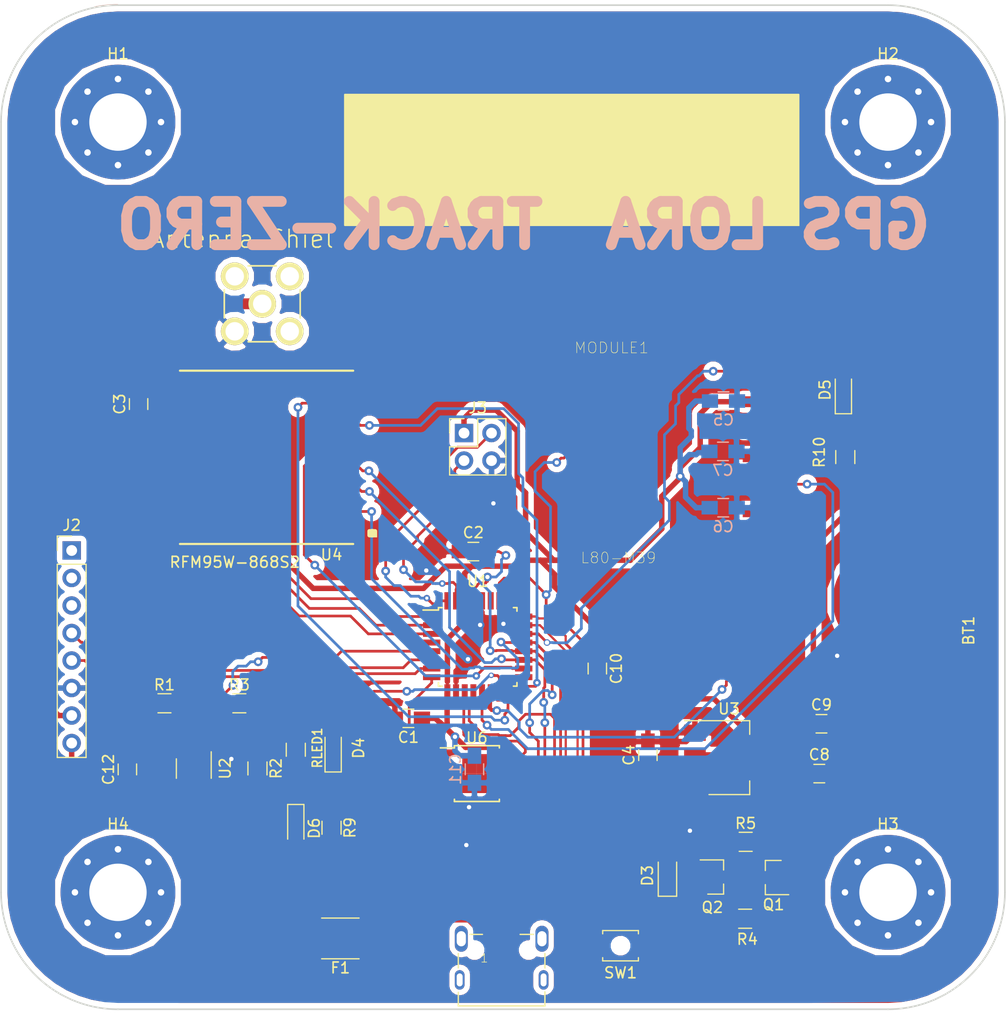
<source format=kicad_pcb>
(kicad_pcb (version 20171130) (host pcbnew "(5.0.1)-3")
  (layers (0 F.Cu signal) (31 B.Cu signal) (34 B.Paste user) (35 F.Paste user) (36 B.SilkS user) (37 F.SilkS user) (38 B.Mask user) (39 F.Mask user) (44 Edge.Cuts user))
  (net 0 "")
  (net 1 GND)
  (net 2 +BATT)
  (net 3 +3V3)
  (net 4 "Net-(C2-Pad2)")
  (net 5 VBUS)
  (net 6 /Rx_LED)
  (net 7 "Net-(F1-Pad1)")
  (net 8 /D-)
  (net 9 /D+)
  (net 10 /SCL)
  (net 11 /SDA)
  (net 12 /SWCLK)
  (net 13 /SWDIO)
  (net 14 /Rx)
  (net 15 /Tx)
  (net 16 /1PPS)
  (net 17 /RST)
  (net 18 /ADCX)
  (net 19 "Net-(R2-Pad1)")
  (net 20 /STAT)
  (net 21 "Net-(U1-Pad27)")
  (net 22 "Net-(U1-Pad25)")
  (net 23 /MISO)
  (net 24 /SCK)
  (net 25 /MOSI)
  (net 26 /SS)
  (net 27 /RFM_RST)
  (net 28 /DIO5)
  (net 29 /FLASH_WP)
  (net 30 /FLASH_HD)
  (net 31 /FLASH_CS)
  (net 32 "Net-(U1-Pad4)")
  (net 33 /DIO2)
  (net 34 /DIO1)
  (net 35 /DIO0)
  (net 36 /VBAT)
  (net 37 "Net-(AE1-Pad1)")
  (net 38 "Net-(BT1-Pad2)")
  (net 39 "Net-(MODULE1-Pad7)")
  (net 40 "Net-(MODULE1-Pad8)")
  (net 41 "Net-(MODULE1-Pad11)")
  (net 42 "Net-(U4-Pad11)")
  (net 43 "Net-(U4-Pad12)")
  (net 44 "Net-(D3-Pad2)")
  (net 45 "Net-(D4-Pad1)")
  (net 46 "Net-(D5-Pad1)")
  (net 47 "Net-(D6-Pad1)")
  (net 48 "Net-(J2-Pad3)")
  (net 49 "Net-(J2-Pad2)")
  (net 50 "Net-(J2-Pad1)")
  (net 51 "Net-(Q1-Pad2)")
  (module Housings_QFP:TQFP-32_7x7mm_Pitch0.8mm (layer F.Cu) (at 163.4 116.4)
    (fp_text reference U1 (at 0 -6.05) (layer F.SilkS))
    (fp_text value ATSAMD21E18A-MU)
    (pad 32 smd rect (at -2.8 -4.25 90) (size 1.6 0.55) (layers F.Cu F.Paste F.Mask) (net 13 /SWDIO))
    (pad 31 smd rect (at -2 -4.25 90) (size 1.6 0.55) (layers F.Cu F.Paste F.Mask) (net 12 /SWCLK))
    (pad 30 smd rect (at -1.2 -4.25 90) (size 1.6 0.55) (layers F.Cu F.Paste F.Mask) (net 3 +3V3))
    (pad 29 smd rect (at -0.4 -4.25 90) (size 1.6 0.55) (layers F.Cu F.Paste F.Mask) (net 4 "Net-(C2-Pad2)"))
    (pad 28 smd rect (at 0.4 -4.25 90) (size 1.6 0.55) (layers F.Cu F.Paste F.Mask) (net 1 GND))
    (pad 27 smd rect (at 1.2 -4.25 90) (size 1.6 0.55) (layers F.Cu F.Paste F.Mask) (net 21 "Net-(U1-Pad27)"))
    (pad 26 smd rect (at 2 -4.25 90) (size 1.6 0.55) (layers F.Cu F.Paste F.Mask) (net 17 /RST))
    (pad 25 smd rect (at 2.8 -4.25 90) (size 1.6 0.55) (layers F.Cu F.Paste F.Mask) (net 22 "Net-(U1-Pad25)"))
    (pad 24 smd rect (at 4.25 -2.8) (size 1.6 0.55) (layers F.Cu F.Paste F.Mask) (net 9 /D+))
    (pad 23 smd rect (at 4.25 -2) (size 1.6 0.55) (layers F.Cu F.Paste F.Mask) (net 8 /D-))
    (pad 22 smd rect (at 4.25 -1.2) (size 1.6 0.55) (layers F.Cu F.Paste F.Mask) (net 16 /1PPS))
    (pad 21 smd rect (at 4.25 -0.4) (size 1.6 0.55) (layers F.Cu F.Paste F.Mask) (net 23 /MISO))
    (pad 20 smd rect (at 4.25 0.4) (size 1.6 0.55) (layers F.Cu F.Paste F.Mask) (net 24 /SCK))
    (pad 19 smd rect (at 4.25 1.2) (size 1.6 0.55) (layers F.Cu F.Paste F.Mask) (net 25 /MOSI))
    (pad 18 smd rect (at 4.25 2) (size 1.6 0.55) (layers F.Cu F.Paste F.Mask) (net 26 /SS))
    (pad 17 smd rect (at 4.25 2.8) (size 1.6 0.55) (layers F.Cu F.Paste F.Mask) (net 27 /RFM_RST))
    (pad 16 smd rect (at 2.8 4.25 90) (size 1.6 0.55) (layers F.Cu F.Paste F.Mask) (net 28 /DIO5))
    (pad 15 smd rect (at 2 4.25 90) (size 1.6 0.55) (layers F.Cu F.Paste F.Mask) (net 6 /Rx_LED))
    (pad 14 smd rect (at 1.2 4.25 90) (size 1.6 0.55) (layers F.Cu F.Paste F.Mask) (net 14 /Rx))
    (pad 13 smd rect (at 0.4 4.25 90) (size 1.6 0.55) (layers F.Cu F.Paste F.Mask) (net 15 /Tx))
    (pad 12 smd rect (at -0.4 4.25 90) (size 1.6 0.55) (layers F.Cu F.Paste F.Mask) (net 29 /FLASH_WP))
    (pad 11 smd rect (at -1.2 4.25 90) (size 1.6 0.55) (layers F.Cu F.Paste F.Mask) (net 30 /FLASH_HD))
    (pad 10 smd rect (at -2 4.25 90) (size 1.6 0.55) (layers F.Cu F.Paste F.Mask) (net 1 GND))
    (pad 9 smd rect (at -2.8 4.25 90) (size 1.6 0.55) (layers F.Cu F.Paste F.Mask) (net 3 +3V3))
    (pad 8 smd rect (at -4.25 2.8) (size 1.6 0.55) (layers F.Cu F.Paste F.Mask) (net 31 /FLASH_CS))
    (pad 7 smd rect (at -4.25 2) (size 1.6 0.55) (layers F.Cu F.Paste F.Mask) (net 10 /SCL))
    (pad 6 smd rect (at -4.25 1.2) (size 1.6 0.55) (layers F.Cu F.Paste F.Mask) (net 11 /SDA))
    (pad 5 smd rect (at -4.25 0.4) (size 1.6 0.55) (layers F.Cu F.Paste F.Mask) (net 18 /ADCX))
    (pad 4 smd rect (at -4.25 -0.4) (size 1.6 0.55) (layers F.Cu F.Paste F.Mask) (net 32 "Net-(U1-Pad4)"))
    (pad 3 smd rect (at -4.25 -1.2) (size 1.6 0.55) (layers F.Cu F.Paste F.Mask) (net 33 /DIO2))
    (pad 2 smd rect (at -4.25 -2) (size 1.6 0.55) (layers F.Cu F.Paste F.Mask) (net 34 /DIO1))
    (pad 1 smd rect (at -4.25 -2.8) (size 1.6 0.55) (layers F.Cu F.Paste F.Mask) (net 35 /DIO0))
  )
  (module Capacitors_SMD:C_0805_HandSoldering (layer F.Cu) (at 179.1188 126.3932 90)
    (fp_text reference C4 (at 0 -1.75 90) (layer F.SilkS))
    (fp_text value "4.7 uF")
    (pad 1 smd rect (at -1.25 0 90) (size 1.5 1.25) (layers F.Cu F.Paste F.Mask) (net 2 +BATT))
    (pad 2 smd rect (at 1.25 0 90) (size 1.5 1.25) (layers F.Cu F.Paste F.Mask) (net 1 GND))
  )
  (module Capacitors_SMD:C_0805_HandSoldering (layer F.Cu) (at 194.95 128.1)
    (fp_text reference C8 (at 0 -1.75) (layer F.SilkS))
    (fp_text value 4.7uF)
    (pad 2 smd rect (at 1.25 0) (size 1.5 1.25) (layers F.Cu F.Paste F.Mask) (net 1 GND))
    (pad 1 smd rect (at -1.25 0) (size 1.5 1.25) (layers F.Cu F.Paste F.Mask) (net 2 +BATT))
  )
  (module Capacitors_SMD:C_0805_HandSoldering (layer F.Cu) (at 195.15 123.5)
    (fp_text reference C9 (at 0 -1.75) (layer F.SilkS))
    (fp_text value 4.7uF)
    (pad 1 smd rect (at -1.25 0) (size 1.5 1.25) (layers F.Cu F.Paste F.Mask) (net 3 +3V3))
    (pad 2 smd rect (at 1.25 0) (size 1.5 1.25) (layers F.Cu F.Paste F.Mask) (net 1 GND))
  )
  (module Capacitors_SMD:C_0805_HandSoldering (layer F.Cu) (at 131.0454 127.7117 90)
    (fp_text reference C12 (at 0 -1.75 90) (layer F.SilkS))
    (fp_text value "4.7 uF")
    (pad 2 smd rect (at 1.25 0 90) (size 1.5 1.25) (layers F.Cu F.Paste F.Mask) (net 1 GND))
    (pad 1 smd rect (at -1.25 0 90) (size 1.5 1.25) (layers F.Cu F.Paste F.Mask) (net 5 VBUS))
  )
  (module Resistors_SMD:R_1812_HandSoldering (layer F.Cu) (at 150.7145 143.3195 180)
    (fp_text reference F1 (at 0 -2.72 180) (layer F.SilkS))
    (fp_text value Fuse_Small)
    (pad 2 smd rect (at 3.4 0 180) (size 3.5 3.5) (layers F.Cu F.Paste F.Mask) (net 5 VBUS))
    (pad 1 smd rect (at -3.4 0 180) (size 3.5 3.5) (layers F.Cu F.Paste F.Mask) (net 7 "Net-(F1-Pad1)"))
  )
  (module Connectors_ec:629105150521 (layer F.Cu) (at 165.608 144.399)
    (fp_text reference J1)
    (fp_text value USB_B)
    (fp_text user 1 (at -1.6 0.75) (layer F.SilkS) (effects (font (size 0.77216 0.77216) (thickness 0.065024))))
    (pad 1 smd rect (at -1.3 -1.05) (size 0.45 1.3) (layers F.Cu F.Paste F.Mask) (net 7 "Net-(F1-Pad1)"))
    (pad 2 smd rect (at -0.65 -1.05) (size 0.45 1.3) (layers F.Cu F.Paste F.Mask) (net 8 /D-))
    (pad 3 smd rect (at 0 -1.05) (size 0.45 1.3) (layers F.Cu F.Paste F.Mask) (net 9 /D+))
    (pad 4 smd rect (at 0.65 -1.05) (size 0.45 1.3) (layers F.Cu F.Paste F.Mask) (net 1 GND))
    (pad 5 smd rect (at 1.3 -1.05) (size 0.45 1.3) (layers F.Cu F.Paste F.Mask) (net 1 GND))
    (pad SHEL thru_hole oval (at -3.725 -1.05 90) (size 2.4 1.2) (drill oval 1.4 0.85) (layers *.Cu *.Mask))
    (pad SHEL thru_hole oval (at 3.725 -1.05 90) (size 2.4 1.2) (drill oval 1.4 0.85) (layers *.Cu *.Mask))
    (pad SHEL thru_hole oval (at -3.875 2.75 90) (size 1.8 0.9) (drill oval 1.2 0.55) (layers *.Cu *.Mask))
    (pad SHEL thru_hole oval (at 3.875 2.75 90) (size 1.8 0.9) (drill oval 1.2 0.55) (layers *.Cu *.Mask))
    (pad "" np_thru_hole circle (at -2.5 0) (size 0.8 0.8) (drill 0.8) (layers *.Cu))
    (pad "" np_thru_hole circle (at 2.5 0) (size 0.8 0.8) (drill 0.8) (layers *.Cu))
  )
  (module Resistors_SMD:R_0805_HandSoldering (layer F.Cu) (at 134.4706 121.6084)
    (fp_text reference R1 (at 0 -1.7) (layer F.SilkS))
    (fp_text value "100 K")
    (pad 1 smd rect (at -1.35 0) (size 1.5 1.3) (layers F.Cu F.Paste F.Mask) (net 36 /VBAT))
    (pad 2 smd rect (at 1.35 0) (size 1.5 1.3) (layers F.Cu F.Paste F.Mask) (net 18 /ADCX))
  )
  (module Resistors_SMD:R_0805_HandSoldering (layer F.Cu) (at 143.0596 127.6244 90)
    (fp_text reference R2 (at 0 1.7204 90) (layer F.SilkS))
    (fp_text value "2 K")
    (pad 1 smd rect (at -1.35 0 90) (size 1.5 1.3) (layers F.Cu F.Paste F.Mask) (net 19 "Net-(R2-Pad1)"))
    (pad 2 smd rect (at 1.35 0 90) (size 1.5 1.3) (layers F.Cu F.Paste F.Mask) (net 1 GND))
  )
  (module Resistors_SMD:R_0805_HandSoldering (layer F.Cu) (at 141.387 121.6084)
    (fp_text reference R3 (at 0 -1.7) (layer F.SilkS))
    (fp_text value "100 K")
    (pad 2 smd rect (at 1.35 0) (size 1.5 1.3) (layers F.Cu F.Paste F.Mask) (net 1 GND))
    (pad 1 smd rect (at -1.35 0) (size 1.5 1.3) (layers F.Cu F.Paste F.Mask) (net 18 /ADCX))
  )
  (module Buttons_Switches_SMD:SW_SPST_B3U-1000P-B (layer F.Cu) (at 176.5935 143.9926 180)
    (fp_text reference SW1 (at 0 -2.5 180) (layer F.SilkS))
    (fp_text value RESET)
    (pad "" np_thru_hole circle (at 0 0 180) (size 0.8 0.8) (drill 0.8) (layers *.Cu *.Mask))
    (pad 2 smd rect (at 1.7 0 180) (size 0.9 1.7) (layers F.Cu F.Paste F.Mask) (net 1 GND))
    (pad 1 smd rect (at -1.7 0 180) (size 0.9 1.7) (layers F.Cu F.Paste F.Mask) (net 17 /RST))
  )
  (module TO_SOT_Packages_SMD:SOT-23-5_HandSoldering (layer F.Cu) (at 137.178047 127.635067 270)
    (fp_text reference U2 (at 0 -2.9 270) (layer F.SilkS))
    (fp_text value MCP73831-2-OT)
    (pad 5 smd rect (at 1.35 -0.95 270) (size 1.56 0.65) (layers F.Cu F.Paste F.Mask) (net 19 "Net-(R2-Pad1)"))
    (pad 4 smd rect (at 1.35 0.95 270) (size 1.56 0.65) (layers F.Cu F.Paste F.Mask) (net 5 VBUS))
    (pad 3 smd rect (at -1.35 0.95 270) (size 1.56 0.65) (layers F.Cu F.Paste F.Mask) (net 36 /VBAT))
    (pad 2 smd rect (at -1.35 0 270) (size 1.56 0.65) (layers F.Cu F.Paste F.Mask) (net 1 GND))
    (pad 1 smd rect (at -1.35 -0.95 270) (size 1.56 0.65) (layers F.Cu F.Paste F.Mask) (net 20 /STAT))
  )
  (module TO_SOT_Packages_SMD:SOT-223-3_TabPin2 (layer F.Cu) (at 186.6118 126.6272)
    (fp_text reference U3 (at 0 -4.5) (layer F.SilkS))
    (fp_text value AP2114H-3.3TRG1)
    (pad 1 smd rect (at -3.15 -2.3) (size 2 1.5) (layers F.Cu F.Paste F.Mask) (net 1 GND))
    (pad 3 smd rect (at -3.15 2.3) (size 2 1.5) (layers F.Cu F.Paste F.Mask) (net 2 +BATT))
    (pad 2 smd rect (at -3.15 0) (size 2 1.5) (layers F.Cu F.Paste F.Mask) (net 3 +3V3))
    (pad 2 smd rect (at 3.15 0) (size 2 3.8) (layers F.Cu F.Paste F.Mask) (net 3 +3V3))
  )
  (module Mounting_Holes:MountingHole_5.3mm_M5_Pad_Via (layer F.Cu) (at 130.175 67.945)
    (fp_text reference H1 (at 0 -6.3) (layer F.SilkS))
    (fp_text value MountingHole)
    (pad 1 thru_hole circle (at 2.810749 -2.810749) (size 0.9 0.9) (drill 0.6) (layers *.Cu *.Mask))
    (pad 1 thru_hole circle (at 0 -3.975) (size 0.9 0.9) (drill 0.6) (layers *.Cu *.Mask))
    (pad 1 thru_hole circle (at -2.810749 -2.810749) (size 0.9 0.9) (drill 0.6) (layers *.Cu *.Mask))
    (pad 1 thru_hole circle (at -3.975 0) (size 0.9 0.9) (drill 0.6) (layers *.Cu *.Mask))
    (pad 1 thru_hole circle (at -2.810749 2.810749) (size 0.9 0.9) (drill 0.6) (layers *.Cu *.Mask))
    (pad 1 thru_hole circle (at 0 3.975) (size 0.9 0.9) (drill 0.6) (layers *.Cu *.Mask))
    (pad 1 thru_hole circle (at 2.810749 2.810749) (size 0.9 0.9) (drill 0.6) (layers *.Cu *.Mask))
    (pad 1 thru_hole circle (at 3.975 0) (size 0.9 0.9) (drill 0.6) (layers *.Cu *.Mask))
    (pad 1 thru_hole circle (at 0 0) (size 10.6 10.6) (drill 5.3) (layers *.Cu *.Mask))
  )
  (module Mounting_Holes:MountingHole_5.3mm_M5_Pad_Via (layer F.Cu) (at 201.295 139.065)
    (fp_text reference H3 (at 0 -6.3) (layer F.SilkS))
    (fp_text value MountingHole)
    (pad 1 thru_hole circle (at 2.810749 -2.810749) (size 0.9 0.9) (drill 0.6) (layers *.Cu *.Mask))
    (pad 1 thru_hole circle (at 0 -3.975) (size 0.9 0.9) (drill 0.6) (layers *.Cu *.Mask))
    (pad 1 thru_hole circle (at -2.810749 -2.810749) (size 0.9 0.9) (drill 0.6) (layers *.Cu *.Mask))
    (pad 1 thru_hole circle (at -3.975 0) (size 0.9 0.9) (drill 0.6) (layers *.Cu *.Mask))
    (pad 1 thru_hole circle (at -2.810749 2.810749) (size 0.9 0.9) (drill 0.6) (layers *.Cu *.Mask))
    (pad 1 thru_hole circle (at 0 3.975) (size 0.9 0.9) (drill 0.6) (layers *.Cu *.Mask))
    (pad 1 thru_hole circle (at 2.810749 2.810749) (size 0.9 0.9) (drill 0.6) (layers *.Cu *.Mask))
    (pad 1 thru_hole circle (at 3.975 0) (size 0.9 0.9) (drill 0.6) (layers *.Cu *.Mask))
    (pad 1 thru_hole circle (at 0 0) (size 10.6 10.6) (drill 5.3) (layers *.Cu *.Mask))
  )
  (module Mounting_Holes:MountingHole_5.3mm_M5_Pad_Via (layer F.Cu) (at 201.295 67.945)
    (fp_text reference H2 (at 0 -6.3) (layer F.SilkS))
    (fp_text value MountingHole)
    (pad 1 thru_hole circle (at 0 0) (size 10.6 10.6) (drill 5.3) (layers *.Cu *.Mask))
    (pad 1 thru_hole circle (at 3.975 0) (size 0.9 0.9) (drill 0.6) (layers *.Cu *.Mask))
    (pad 1 thru_hole circle (at 2.810749 2.810749) (size 0.9 0.9) (drill 0.6) (layers *.Cu *.Mask))
    (pad 1 thru_hole circle (at 0 3.975) (size 0.9 0.9) (drill 0.6) (layers *.Cu *.Mask))
    (pad 1 thru_hole circle (at -2.810749 2.810749) (size 0.9 0.9) (drill 0.6) (layers *.Cu *.Mask))
    (pad 1 thru_hole circle (at -3.975 0) (size 0.9 0.9) (drill 0.6) (layers *.Cu *.Mask))
    (pad 1 thru_hole circle (at -2.810749 -2.810749) (size 0.9 0.9) (drill 0.6) (layers *.Cu *.Mask))
    (pad 1 thru_hole circle (at 0 -3.975) (size 0.9 0.9) (drill 0.6) (layers *.Cu *.Mask))
    (pad 1 thru_hole circle (at 2.810749 -2.810749) (size 0.9 0.9) (drill 0.6) (layers *.Cu *.Mask))
  )
  (module Mounting_Holes:MountingHole_5.3mm_M5_Pad_Via (layer F.Cu) (at 130.175 139.065)
    (fp_text reference H4 (at 0 -6.3) (layer F.SilkS))
    (fp_text value MountingHole)
    (pad 1 thru_hole circle (at 2.810749 -2.810749) (size 0.9 0.9) (drill 0.6) (layers *.Cu *.Mask))
    (pad 1 thru_hole circle (at 0 -3.975) (size 0.9 0.9) (drill 0.6) (layers *.Cu *.Mask))
    (pad 1 thru_hole circle (at -2.810749 -2.810749) (size 0.9 0.9) (drill 0.6) (layers *.Cu *.Mask))
    (pad 1 thru_hole circle (at -3.975 0) (size 0.9 0.9) (drill 0.6) (layers *.Cu *.Mask))
    (pad 1 thru_hole circle (at -2.810749 2.810749) (size 0.9 0.9) (drill 0.6) (layers *.Cu *.Mask))
    (pad 1 thru_hole circle (at 0 3.975) (size 0.9 0.9) (drill 0.6) (layers *.Cu *.Mask))
    (pad 1 thru_hole circle (at 2.810749 2.810749) (size 0.9 0.9) (drill 0.6) (layers *.Cu *.Mask))
    (pad 1 thru_hole circle (at 3.975 0) (size 0.9 0.9) (drill 0.6) (layers *.Cu *.Mask))
    (pad 1 thru_hole circle (at 0 0) (size 10.6 10.6) (drill 5.3) (layers *.Cu *.Mask))
  )
  (module Batteries:BAT-HLD-012-SMT-OTL (layer F.Cu) (at 201.3 112.1 90)
    (fp_text reference BT1 (at -2.8 7.45 90) (layer F.SilkS))
    (fp_text value Battery_Cell)
    (pad 1 smd circle (at 0 0 90) (size 10.2 10.2) (layers F.Cu F.Paste F.Mask) (net 2 +BATT))
    (pad 2 smd rect (at -7.65 0 90) (size 2.5 5.1) (layers F.Cu F.Paste F.Mask) (net 38 "Net-(BT1-Pad2)"))
    (pad 2 smd rect (at 7.65 0 90) (size 2.5 5.1) (layers F.Cu F.Paste F.Mask) (net 38 "Net-(BT1-Pad2)"))
  )
  (module Housings_SOIC:Diodes_PSOP-8 (layer F.Cu) (at 163.325 128.1)
    (fp_text reference U6 (at 0 -3.3) (layer F.SilkS))
    (fp_text value W25Q16BVSSIG)
    (pad 9 smd rect (at -0.675 -0.9) (size 1.35 1.8) (layers F.Cu F.Paste F.Mask))
    (pad 9 smd rect (at -0.675 0.9) (size 1.35 1.8) (layers F.Cu F.Paste F.Mask))
    (pad 9 smd rect (at 0.675 -0.9) (size 1.35 1.8) (layers F.Cu F.Paste F.Mask))
    (pad 9 smd rect (at 0.675 0.9) (size 1.35 1.8) (layers F.Cu F.Paste F.Mask))
    (pad 8 smd rect (at 2.7 -1.905) (size 1.5 0.65) (layers F.Cu F.Paste F.Mask) (net 3 +3V3))
    (pad 7 smd rect (at 2.7 -0.635) (size 1.5 0.65) (layers F.Cu F.Paste F.Mask) (net 30 /FLASH_HD))
    (pad 6 smd rect (at 2.7 0.635) (size 1.5 0.65) (layers F.Cu F.Paste F.Mask) (net 24 /SCK))
    (pad 5 smd rect (at 2.7 1.905) (size 1.5 0.65) (layers F.Cu F.Paste F.Mask) (net 25 /MOSI))
    (pad 4 smd rect (at -2.7 1.905) (size 1.5 0.65) (layers F.Cu F.Paste F.Mask) (net 1 GND))
    (pad 3 smd rect (at -2.7 0.635) (size 1.5 0.65) (layers F.Cu F.Paste F.Mask) (net 29 /FLASH_WP))
    (pad 2 smd rect (at -2.7 -0.635) (size 1.5 0.65) (layers F.Cu F.Paste F.Mask) (net 23 /MISO))
    (pad 1 smd rect (at -2.7 -1.905) (size 1.5 0.65) (layers F.Cu F.Paste F.Mask) (net 31 /FLASH_CS))
  )
  (module Rf:QUECTEL_L80-M39 (layer F.Cu) (at 181.225 98.425)
    (fp_text reference MODULE1 (at -5.46 -9.635) (layer F.SilkS) (effects (font (thickness 0.05))))
    (fp_text value L80-M39 (at -4.82731 9.7554) (layer F.SilkS) (effects (font (thickness 0.05))))
    (pad 1 smd rect (at 7.9 5.5) (size 2.5 1) (layers F.Cu F.Paste F.Mask) (net 14 /Rx))
    (pad 2 smd rect (at 7.9 2.96) (size 2.5 1) (layers F.Cu F.Paste F.Mask) (net 15 /Tx))
    (pad 3 smd rect (at 7.9 0.42) (size 2.5 1) (layers F.Cu F.Paste F.Mask) (net 1 GND))
    (pad 4 smd rect (at 7.9 -2.12) (size 2.5 1) (layers F.Cu F.Paste F.Mask) (net 3 +3V3))
    (pad 5 smd rect (at 7.9 -4.66) (size 2.5 1) (layers F.Cu F.Paste F.Mask) (net 3 +3V3))
    (pad 6 smd rect (at 7.9 -7.2) (size 2.5 1) (layers F.Cu F.Paste F.Mask) (net 16 /1PPS))
    (pad 7 smd rect (at -7.9 -7.2 180) (size 2.5 1) (layers F.Cu F.Paste F.Mask) (net 39 "Net-(MODULE1-Pad7)"))
    (pad 8 smd rect (at -7.9 -4.66 180) (size 2.5 1) (layers F.Cu F.Paste F.Mask) (net 40 "Net-(MODULE1-Pad8)"))
    (pad 9 smd rect (at -7.9 -2.12 180) (size 2.5 1) (layers F.Cu F.Paste F.Mask))
    (pad 10 smd rect (at -7.9 0.42 180) (size 2.5 1) (layers F.Cu F.Paste F.Mask) (net 17 /RST))
    (pad 11 smd rect (at -7.9 2.96 180) (size 2.5 1) (layers F.Cu F.Paste F.Mask) (net 41 "Net-(MODULE1-Pad11)"))
    (pad 12 smd rect (at -7.9 5.5 180) (size 2.5 1) (layers F.Cu F.Paste F.Mask) (net 1 GND))
  )
  (module Rf:RFM95W (layer F.Cu) (at 143.9 98.9 180)
    (fp_text reference U4 (at -6 -9 180) (layer F.SilkS))
    (fp_text value RFM95W-868S2 (at 2.93 -9.685 180) (layer F.SilkS))
    (pad 1 smd rect (at -7.4 -7 180) (size 1.95 1.05) (layers F.Cu F.Paste F.Mask) (net 1 GND))
    (pad 2 smd rect (at -7.4 -5 180) (size 1.95 1.05) (layers F.Cu F.Paste F.Mask) (net 23 /MISO))
    (pad 3 smd rect (at -7.4 -3 180) (size 1.95 1.05) (layers F.Cu F.Paste F.Mask) (net 25 /MOSI))
    (pad 4 smd rect (at -7.4 -1 180) (size 1.95 1.05) (layers F.Cu F.Paste F.Mask) (net 24 /SCK))
    (pad 5 smd rect (at -7.4 1 180) (size 1.95 1.05) (layers F.Cu F.Paste F.Mask) (net 26 /SS))
    (pad 6 smd rect (at -7.4 3 180) (size 1.95 1.05) (layers F.Cu F.Paste F.Mask) (net 27 /RFM_RST))
    (pad 7 smd rect (at -7.4 5 180) (size 1.95 1.05) (layers F.Cu F.Paste F.Mask) (net 28 /DIO5))
    (pad 8 smd rect (at -7.4 7 180) (size 1.95 1.05) (layers F.Cu F.Paste F.Mask) (net 1 GND))
    (pad 9 smd rect (at 7.4 7) (size 1.95 1.05) (layers F.Cu F.Paste F.Mask) (net 37 "Net-(AE1-Pad1)"))
    (pad 10 smd rect (at 7.4 5) (size 1.95 1.05) (layers F.Cu F.Paste F.Mask) (net 1 GND))
    (pad 11 smd rect (at 7.4 3) (size 1.95 1.05) (layers F.Cu F.Paste F.Mask) (net 42 "Net-(U4-Pad11)"))
    (pad 12 smd rect (at 7.4 1) (size 1.95 1.05) (layers F.Cu F.Paste F.Mask) (net 43 "Net-(U4-Pad12)"))
    (pad 13 smd rect (at 7.4 -1) (size 1.95 1.05) (layers F.Cu F.Paste F.Mask) (net 3 +3V3))
    (pad 14 smd rect (at 7.4 -3) (size 1.95 1.05) (layers F.Cu F.Paste F.Mask) (net 35 /DIO0))
    (pad 15 smd rect (at 7.4 -5) (size 1.95 1.05) (layers F.Cu F.Paste F.Mask) (net 34 /DIO1))
    (pad 16 smd rect (at 7.4 -7) (size 1.95 1.05) (layers F.Cu F.Paste F.Mask) (net 33 /DIO2))
  )
  (module Capacitors_SMD:C_0805_HandSoldering (layer F.Cu) (at 157 123 180)
    (fp_text reference C1 (at 0 -1.75 180) (layer F.SilkS))
    (fp_text value 0.1uF)
    (pad 2 smd rect (at 1.25 0 180) (size 1.5 1.25) (layers F.Cu F.Paste F.Mask) (net 1 GND))
    (pad 1 smd rect (at -1.25 0 180) (size 1.5 1.25) (layers F.Cu F.Paste F.Mask) (net 3 +3V3))
  )
  (module Capacitors_SMD:C_0805_HandSoldering (layer F.Cu) (at 163 107.6)
    (fp_text reference C2 (at 0 -1.75) (layer F.SilkS))
    (fp_text value 1uF)
    (pad 2 smd rect (at 1.25 0) (size 1.5 1.25) (layers F.Cu F.Paste F.Mask) (net 4 "Net-(C2-Pad2)"))
    (pad 1 smd rect (at -1.25 0) (size 1.5 1.25) (layers F.Cu F.Paste F.Mask) (net 1 GND))
  )
  (module Capacitors_SMD:C_0805_HandSoldering (layer F.Cu) (at 174.45 118.4 270)
    (fp_text reference C10 (at 0 -1.75 270) (layer F.SilkS))
    (fp_text value 0.1uF)
    (pad 1 smd rect (at -1.25 0 270) (size 1.5 1.25) (layers F.Cu F.Paste F.Mask) (net 3 +3V3))
    (pad 2 smd rect (at 1.25 0 270) (size 1.5 1.25) (layers F.Cu F.Paste F.Mask) (net 1 GND))
  )
  (module LEDs:LED_0805_HandSoldering (layer F.Cu) (at 150.05 125.75 90)
    (fp_text reference D4 (at 0 2.35 90) (layer F.SilkS))
    (fp_text value LED_Small_ALT)
    (pad 2 smd rect (at 1.35 0 90) (size 1.5 1.3) (layers F.Cu F.Paste F.Mask) (net 6 /Rx_LED))
    (pad 1 smd rect (at -1.35 0 90) (size 1.5 1.3) (layers F.Cu F.Paste F.Mask) (net 45 "Net-(D4-Pad1)"))
  )
  (module LEDs:LED_0805_HandSoldering (layer F.Cu) (at 197.175 92.675 90)
    (fp_text reference D5 (at 0 -1.7 90) (layer F.SilkS))
    (fp_text value LED_Small_ALT)
    (pad 1 smd rect (at -1.35 0 90) (size 1.5 1.3) (layers F.Cu F.Paste F.Mask) (net 46 "Net-(D5-Pad1)"))
    (pad 2 smd rect (at 1.35 0 90) (size 1.5 1.3) (layers F.Cu F.Paste F.Mask) (net 16 /1PPS))
  )
  (module LEDs:LED_0805_HandSoldering (layer F.Cu) (at 146.6 133.15 270)
    (fp_text reference D6 (at 0 -1.7 270) (layer F.SilkS))
    (fp_text value LED_Small_ALT)
    (pad 2 smd rect (at 1.35 0 270) (size 1.5 1.3) (layers F.Cu F.Paste F.Mask) (net 5 VBUS))
    (pad 1 smd rect (at -1.35 0 270) (size 1.5 1.3) (layers F.Cu F.Paste F.Mask) (net 47 "Net-(D6-Pad1)"))
  )
  (module TO_SOT_Packages_SMD:SOT-23 (layer F.Cu) (at 190.725 137.7 180)
    (fp_text reference Q1 (at 0 -2.5 180) (layer F.SilkS))
    (fp_text value 2N7002)
    (pad 3 smd rect (at 1 0 180) (size 0.9 0.8) (layers F.Cu F.Paste F.Mask) (net 38 "Net-(BT1-Pad2)"))
    (pad 2 smd rect (at -1 0.95 180) (size 0.9 0.8) (layers F.Cu F.Paste F.Mask) (net 51 "Net-(Q1-Pad2)"))
    (pad 1 smd rect (at -1 -0.95 180) (size 0.9 0.8) (layers F.Cu F.Paste F.Mask) (net 1 GND))
  )
  (module TO_SOT_Packages_SMD:SOT-23 (layer F.Cu) (at 185.35 137.65)
    (fp_text reference Q2 (at -0.275 2.8) (layer F.SilkS))
    (fp_text value Q_PNP_BEC)
    (pad 1 smd rect (at -1 -0.95) (size 0.9 0.8) (layers F.Cu F.Paste F.Mask) (net 44 "Net-(D3-Pad2)"))
    (pad 2 smd rect (at -1 0.95) (size 0.9 0.8) (layers F.Cu F.Paste F.Mask) (net 2 +BATT))
    (pad 3 smd rect (at 1 0) (size 0.9 0.8) (layers F.Cu F.Paste F.Mask) (net 51 "Net-(Q1-Pad2)"))
  )
  (module Resistors_SMD:R_0805_HandSoldering (layer F.Cu) (at 188.1 141.5)
    (fp_text reference R4 (at 0.2 1.9) (layer F.SilkS))
    (fp_text value "10 K")
    (pad 1 smd rect (at -1.35 0) (size 1.5 1.3) (layers F.Cu F.Paste F.Mask) (net 51 "Net-(Q1-Pad2)"))
    (pad 2 smd rect (at 1.35 0) (size 1.5 1.3) (layers F.Cu F.Paste F.Mask) (net 1 GND))
  )
  (module Resistors_SMD:R_0805_HandSoldering (layer F.Cu) (at 188.15 134.4)
    (fp_text reference R5 (at 0 -1.7) (layer F.SilkS))
    (fp_text value "10 K")
    (pad 2 smd rect (at 1.35 0) (size 1.5 1.3) (layers F.Cu F.Paste F.Mask) (net 38 "Net-(BT1-Pad2)"))
    (pad 1 smd rect (at -1.35 0) (size 1.5 1.3) (layers F.Cu F.Paste F.Mask) (net 44 "Net-(D3-Pad2)"))
  )
  (module Resistors_SMD:R_0805_HandSoldering (layer F.Cu) (at 149.9 133.1 270)
    (fp_text reference R9 (at 0 -1.7 270) (layer F.SilkS))
    (fp_text value 120)
    (pad 1 smd rect (at -1.35 0 270) (size 1.5 1.3) (layers F.Cu F.Paste F.Mask) (net 45 "Net-(D4-Pad1)"))
    (pad 2 smd rect (at 1.35 0 270) (size 1.5 1.3) (layers F.Cu F.Paste F.Mask) (net 1 GND))
  )
  (module Resistors_SMD:R_0805_HandSoldering (layer F.Cu) (at 197.35 98.875 270)
    (fp_text reference R10 (at -0.45 2.405 270) (layer F.SilkS))
    (fp_text value 120)
    (pad 2 smd rect (at 1.35 0 270) (size 1.5 1.3) (layers F.Cu F.Paste F.Mask) (net 1 GND))
    (pad 1 smd rect (at -1.35 0 270) (size 1.5 1.3) (layers F.Cu F.Paste F.Mask) (net 46 "Net-(D5-Pad1)"))
  )
  (module Resistors_SMD:R_0805_HandSoldering (layer F.Cu) (at 146.6 125.9 90)
    (fp_text reference RLED1 (at 0.17 1.99 90) (layer F.SilkS) (effects (font (size 0.87 0.8))))
    (fp_text value 120)
    (pad 2 smd rect (at 1.35 0 90) (size 1.5 1.3) (layers F.Cu F.Paste F.Mask) (net 20 /STAT))
    (pad 1 smd rect (at -1.35 0 90) (size 1.5 1.3) (layers F.Cu F.Paste F.Mask) (net 47 "Net-(D6-Pad1)"))
  )
  (module Diodes_SMD:D_SOD-323_HandSoldering (layer F.Cu) (at 180.925 137.525 90)
    (fp_text reference D3 (at 0 -1.85 90) (layer F.SilkS))
    (fp_text value 1N4148)
    (pad 2 smd rect (at 1.25 0 90) (size 1 1) (layers F.Cu F.Paste F.Mask) (net 44 "Net-(D3-Pad2)"))
    (pad 1 smd rect (at -1.25 0 90) (size 1 1) (layers F.Cu F.Paste F.Mask) (net 2 +BATT))
  )
  (module Capacitors_SMD:C_0805_HandSoldering (layer F.Cu) (at 132.08 93.98 90)
    (fp_text reference C3 (at 0 -1.75 90) (layer F.SilkS))
    (fp_text value "0.1 uF")
    (pad 1 smd rect (at -1.25 0 90) (size 1.5 1.25) (layers F.Cu F.Paste F.Mask) (net 3 +3V3))
    (pad 2 smd rect (at 1.25 0 90) (size 1.5 1.25) (layers F.Cu F.Paste F.Mask) (net 1 GND))
  )
  (module Capacitors_SMD:C_0805_HandSoldering (layer B.Cu) (at 186.1 93.7)
    (fp_text reference C5 (at 0 1.75) (layer B.SilkS) (effects (justify mirror)))
    (fp_text value 100nF)
    (pad 2 smd rect (at 1.25 0) (size 1.5 1.25) (layers B.Cu B.Paste B.Mask) (net 1 GND))
    (pad 1 smd rect (at -1.25 0) (size 1.5 1.25) (layers B.Cu B.Paste B.Mask) (net 3 +3V3))
  )
  (module Capacitors_SMD:C_0805_HandSoldering (layer B.Cu) (at 163.1 127.7 270)
    (fp_text reference C11 (at 0 1.75 270) (layer B.SilkS) (effects (justify mirror)))
    (fp_text value 0.1uF)
    (pad 2 smd rect (at 1.25 0 270) (size 1.5 1.25) (layers B.Cu B.Paste B.Mask) (net 1 GND))
    (pad 1 smd rect (at -1.25 0 270) (size 1.5 1.25) (layers B.Cu B.Paste B.Mask) (net 3 +3V3))
  )
  (module Capacitors_SMD:C_0805_HandSoldering (layer B.Cu) (at 186.075 103.55)
    (fp_text reference C6 (at 0 1.75) (layer B.SilkS) (effects (justify mirror)))
    (fp_text value 100nF)
    (pad 2 smd rect (at 1.25 0) (size 1.5 1.25) (layers B.Cu B.Paste B.Mask) (net 1 GND))
    (pad 1 smd rect (at -1.25 0) (size 1.5 1.25) (layers B.Cu B.Paste B.Mask) (net 3 +3V3))
  )
  (module Capacitors_SMD:C_0805_HandSoldering (layer B.Cu) (at 186.05 98.35)
    (fp_text reference C7 (at 0 1.75) (layer B.SilkS) (effects (justify mirror)))
    (fp_text value 10uF)
    (pad 1 smd rect (at -1.25 0) (size 1.5 1.25) (layers B.Cu B.Paste B.Mask) (net 3 +3V3))
    (pad 2 smd rect (at 1.25 0) (size 1.5 1.25) (layers B.Cu B.Paste B.Mask) (net 1 GND))
  )
  (module Rf:AMPHENOL_901-144 (layer F.Cu) (at 143.5 84.725 90)
    (fp_text reference AE1)
    (fp_text value Antenna_Shiel (at 5.985 -1.895 180) (layer F.SilkS) (effects (font (size 1.64 1.64))))
    (pad 1 thru_hole circle (at 0 0 90) (size 2.5527 2.5527) (drill 1.7018) (layers *.Cu *.Mask F.SilkS) (net 37 "Net-(AE1-Pad1)"))
    (pad 2 thru_hole circle (at -2.54 -2.54 90) (size 2.5527 2.5527) (drill 1.7018) (layers *.Cu *.Mask F.SilkS) (net 1 GND))
    (pad 3 thru_hole circle (at -2.54 2.54 90) (size 2.5527 2.5527) (drill 1.7018) (layers *.Cu *.Mask F.SilkS))
    (pad 4 thru_hole circle (at 2.54 2.54 90) (size 2.5527 2.5527) (drill 1.7018) (layers *.Cu *.Mask F.SilkS))
    (pad 5 thru_hole circle (at 2.54 -2.54 90) (size 2.5527 2.5527) (drill 1.7018) (layers *.Cu *.Mask F.SilkS))
  )
  (module Pin_Headers:Pin_Header_Straight_1x08_Pitch2.54mm (layer F.Cu) (at 125.9 107.5)
    (fp_text reference J2 (at 0 -2.33) (layer F.SilkS))
    (fp_text value Acelerometer)
    (pad 8 thru_hole oval (at 0 17.78) (size 1.7 1.7) (drill 1) (layers *.Cu *.Mask) (net 5 VBUS))
    (pad 7 thru_hole oval (at 0 15.24) (size 1.7 1.7) (drill 1) (layers *.Cu *.Mask) (net 3 +3V3))
    (pad 6 thru_hole oval (at 0 12.7) (size 1.7 1.7) (drill 1) (layers *.Cu *.Mask) (net 1 GND))
    (pad 5 thru_hole oval (at 0 10.16) (size 1.7 1.7) (drill 1) (layers *.Cu *.Mask) (net 10 /SCL))
    (pad 4 thru_hole oval (at 0 7.62) (size 1.7 1.7) (drill 1) (layers *.Cu *.Mask) (net 11 /SDA))
    (pad 3 thru_hole oval (at 0 5.08) (size 1.7 1.7) (drill 1) (layers *.Cu *.Mask) (net 48 "Net-(J2-Pad3)"))
    (pad 2 thru_hole oval (at 0 2.54) (size 1.7 1.7) (drill 1) (layers *.Cu *.Mask) (net 49 "Net-(J2-Pad2)"))
    (pad 1 thru_hole rect (at 0 0) (size 1.7 1.7) (drill 1) (layers *.Cu *.Mask) (net 50 "Net-(J2-Pad1)"))
  )
  (module Pin_Headers:Pin_Header_Straight_2x02_Pitch2.54mm (layer F.Cu) (at 162.135 96.66)
    (fp_text reference J3 (at 1.27 -2.33) (layer F.SilkS))
    (fp_text value SWD)
    (pad 4 thru_hole oval (at 2.54 2.54) (size 1.7 1.7) (drill 1) (layers *.Cu *.Mask) (net 1 GND))
    (pad 3 thru_hole oval (at 0 2.54) (size 1.7 1.7) (drill 1) (layers *.Cu *.Mask) (net 12 /SWCLK))
    (pad 2 thru_hole oval (at 2.54 0) (size 1.7 1.7) (drill 1) (layers *.Cu *.Mask) (net 13 /SWDIO))
    (pad 1 thru_hole rect (at 0 0) (size 1.7 1.7) (drill 1) (layers *.Cu *.Mask) (net 3 +3V3))
  )
  (gr_text "GPS LORA  TRACK-ZERO\n" (at 167.64 77.47) (layer B.SilkS) (effects (font (size 4 4) (thickness 1)) (justify mirror)))
  (gr_poly (pts (xy 151.13 65.405) (xy 151.13 77.47) (xy 193.04 77.47) (xy 193.04 65.405)) (layer F.SilkS) (width 0.15))
  (gr_circle (center 130.175 139.065) (end 127.635 139.065) (layer Edge.Cuts) (width 0.15))
  (gr_circle (center 201.295 139.065) (end 198.755 139.065) (layer Edge.Cuts) (width 0.15))
  (gr_circle (center 201.295 67.945) (end 203.835 67.945) (layer Edge.Cuts) (width 0.15))
  (gr_circle (center 130.175 67.945) (end 127.635 67.945) (layer Edge.Cuts) (width 0.15))
  (gr_line (start 119.38 139.065) (end 119.38 67.945) (layer Edge.Cuts) (width 0.15))
  (gr_line (start 201.295 149.86) (end 130.175 149.86) (layer Edge.Cuts) (width 0.15))
  (gr_line (start 212.09 67.945) (end 212.09 139.065) (layer Edge.Cuts) (width 0.15))
  (gr_line (start 130.175 57.15) (end 201.295 57.15) (layer Edge.Cuts) (width 0.15))
  (gr_arc (start 130.175 67.945) (end 130.175 57.15) (angle -90) (layer Edge.Cuts) (width 0.15))
  (gr_arc (start 201.295 67.945) (end 212.09 67.945) (angle -90) (layer Edge.Cuts) (width 0.15))
  (gr_arc (start 201.295 139.065) (end 201.295 149.86) (angle -90) (layer Edge.Cuts) (width 0.15))
  (gr_arc (start 130.175 139.065) (end 119.38 139.065) (angle -90) (layer Edge.Cuts) (width 0.15))
  (gr_arc (start 130.175 67.95) (end 130.125001 57.125001) (angle -10.92525584) (layer B.SilkS) (width 0.15))
  (segment (start 193.45 96.725) (end 193.475 96.725) (width 0.25) (layer F.Cu) (net 1))
  (segment (start 142.737 125.9518) (end 143.0596 126.2744) (width 0.5) (layer F.Cu) (net 1))
  (segment (start 182.6458 125.1432) (end 183.4618 124.3272) (width 0.5) (layer F.Cu) (net 1))
  (segment (start 179.1188 125.1432) (end 182.6458 125.1432) (width 0.5) (layer F.Cu) (net 1))
  (segment (start 143.0596 121.931) (end 142.737 121.6084) (width 0.5) (layer F.Cu) (net 1))
  (segment (start 166.908 143.349) (end 166.383001 143.349) (width 0.5) (layer F.Cu) (net 1))
  (segment (start 174.8935 144.3926) (end 174.8935 143.9926) (width 0.5) (layer F.Cu) (net 1))
  (segment (start 137.178047 125.005067) (end 137.25 124.933114) (width 0.5) (layer F.Cu) (net 1))
  (segment (start 137.178047 126.285067) (end 137.178047 125.005067) (width 0.5) (layer F.Cu) (net 1))
  (segment (start 162.5 114.9) (end 163.025 114.375) (width 0.5) (layer F.Cu) (net 1))
  (segment (start 163.8 113.6) (end 163.8 113.2) (width 0.5) (layer F.Cu) (net 1))
  (segment (start 163.8 113.2) (end 163.8 112.15) (width 0.25) (layer F.Cu) (net 1))
  (segment (start 162.5 117.8) (end 162.5 117.8) (width 0.5) (layer F.Cu) (net 1))
  (segment (start 161.4 120.65) (end 161.4 119.6) (width 0.25) (layer F.Cu) (net 1))
  (segment (start 162.5 114.9) (end 163.8 113.6) (width 0.5) (layer F.Cu) (net 1))
  (via (at 162.50132 117.537216) (size 0.8) (drill 0.4) (layers F.Cu B.Cu) (net 1))
  (segment (start 161.4 119.6) (end 161.4 118.638536) (width 0.5) (layer F.Cu) (net 1))
  (segment (start 162.5 114.9) (end 162.5 117.535896) (width 0.5) (layer F.Cu) (net 1))
  (segment (start 162.5 117.535896) (end 162.50132 117.537216) (width 0.5) (layer F.Cu) (net 1))
  (segment (start 161.4 118.638536) (end 162.101321 117.937215) (width 0.5) (layer F.Cu) (net 1))
  (segment (start 162.101321 117.937215) (end 162.50132 117.537216) (width 0.5) (layer F.Cu) (net 1))
  (segment (start 160.625 130.005) (end 160.625 130.125) (width 0.5) (layer F.Cu) (net 1))
  (segment (start 159.634315 132.8) (end 157.4 132.8) (width 0.5) (layer B.Cu) (net 1))
  (segment (start 157.4 132.8) (end 155.4 130.8) (width 0.5) (layer B.Cu) (net 1))
  (segment (start 155.4 130.8) (end 155.4 130.8) (width 0.5) (layer B.Cu) (net 1))
  (via (at 162.6 131.2) (size 0.8) (drill 0.4) (layers F.Cu B.Cu) (net 1))
  (segment (start 161.75 131.25) (end 161.184315 131.25) (width 0.5) (layer B.Cu) (net 1))
  (via (at 158.65 109.35) (size 0.8) (drill 0.4) (layers F.Cu B.Cu) (net 1))
  (via (at 140.65 126.75) (size 0.8) (drill 0.4) (layers F.Cu B.Cu) (net 1))
  (via (at 162.35 134.7) (size 0.8) (drill 0.4) (layers F.Cu B.Cu) (net 1))
  (via (at 196.6 117.225) (size 0.8) (drill 0.4) (layers F.Cu B.Cu) (net 1))
  (via (at 183 133.375) (size 0.8) (drill 0.4) (layers F.Cu B.Cu) (net 1))
  (segment (start 163.025 114.375) (end 162.5 114.9) (width 0.5) (layer F.Cu) (net 1))
  (via (at 163.625 114.375) (size 0.8) (drill 0.4) (layers F.Cu B.Cu) (net 1))
  (via (at 164.85 103.15) (size 0.8) (drill 0.4) (layers F.Cu B.Cu) (net 1))
  (via (at 165.775 114.275) (size 0.8) (drill 0.4) (layers F.Cu B.Cu) (net 1))
  (segment (start 180.4028 128.9272) (end 179.1188 127.6432) (width 0.5) (layer F.Cu) (net 2))
  (segment (start 183.4618 128.9272) (end 180.4028 128.9272) (width 0.5) (layer F.Cu) (net 2))
  (segment (start 191.9 130.1772) (end 192.6303 130.1772) (width 0.5) (layer F.Cu) (net 2))
  (segment (start 184.9618 130.1772) (end 191.9 130.1772) (width 0.5) (layer F.Cu) (net 2))
  (segment (start 183.7118 128.9272) (end 184.9618 130.1772) (width 0.5) (layer F.Cu) (net 2))
  (segment (start 183.4618 128.9272) (end 183.7118 128.9272) (width 0.5) (layer F.Cu) (net 2))
  (segment (start 191.9 130.1772) (end 193.0228 130.1772) (width 0.5) (layer F.Cu) (net 2))
  (segment (start 193.7 129.5) (end 193.7 128.1) (width 0.5) (layer F.Cu) (net 2))
  (segment (start 193.0228 130.1772) (end 193.7 129.5) (width 0.5) (layer F.Cu) (net 2))
  (segment (start 206.399999 117.199999) (end 201.3 112.1) (width 0.5) (layer F.Cu) (net 2))
  (segment (start 206.399999 121.100001) (end 206.399999 117.199999) (width 0.5) (layer F.Cu) (net 2))
  (segment (start 193.7 128.1) (end 193.7 126.4) (width 0.5) (layer F.Cu) (net 2))
  (segment (start 194.8 125.3) (end 202.9 125.3) (width 0.5) (layer F.Cu) (net 2))
  (segment (start 193.7 126.4) (end 194.8 125.3) (width 0.5) (layer F.Cu) (net 2))
  (segment (start 202.9 125.3) (end 203.8 124.4) (width 0.5) (layer F.Cu) (net 2))
  (segment (start 203.8 124.4) (end 203.8 123.7) (width 0.5) (layer F.Cu) (net 2))
  (segment (start 203.8 123.7) (end 206.399999 121.100001) (width 0.5) (layer F.Cu) (net 2))
  (segment (start 181.1 138.6) (end 180.925 138.775) (width 0.5) (layer F.Cu) (net 2))
  (segment (start 184.35 138.6) (end 181.1 138.6) (width 0.5) (layer F.Cu) (net 2))
  (segment (start 179.925 138.775) (end 179.675 138.525) (width 0.5) (layer F.Cu) (net 2))
  (segment (start 180.925 138.775) (end 179.925 138.775) (width 0.5) (layer F.Cu) (net 2))
  (segment (start 179.675 138.525) (end 179.675 138.45) (width 0.5) (layer F.Cu) (net 2))
  (segment (start 179.675 138.45) (end 178.625 137.4) (width 0.5) (layer F.Cu) (net 2))
  (segment (start 178.625 137.4) (end 178.625 135.025) (width 0.5) (layer F.Cu) (net 2))
  (segment (start 178.625 135.025) (end 179.625 134.025) (width 0.5) (layer F.Cu) (net 2))
  (segment (start 179.625 134.025) (end 179.625 130.45) (width 0.5) (layer F.Cu) (net 2))
  (segment (start 179.1188 129.9438) (end 179.1188 127.6432) (width 0.5) (layer F.Cu) (net 2))
  (segment (start 179.625 130.45) (end 179.1188 129.9438) (width 0.5) (layer F.Cu) (net 2))
  (segment (start 189.7618 126.6272) (end 189.7618 127.4382) (width 0.5) (layer F.Cu) (net 3))
  (segment (start 183.7118 126.6272) (end 183.4618 126.6272) (width 0.5) (layer F.Cu) (net 3))
  (segment (start 183.4618 126.6272) (end 183.8728 126.6272) (width 0.5) (layer F.Cu) (net 3))
  (segment (start 189.7618 126.6272) (end 189.7618 125.8618) (width 0.5) (layer F.Cu) (net 3))
  (segment (start 183.4618 126.6272) (end 183.7728 126.6272) (width 0.5) (layer F.Cu) (net 3))
  (segment (start 183.4618 126.6272) (end 189.7618 126.6272) (width 1) (layer F.Cu) (net 3))
  (segment (start 162.2 112.15) (end 162.2 111.1) (width 0.25) (layer F.Cu) (net 3))
  (segment (start 162.2 112.15) (end 162.2 113.2) (width 0.25) (layer F.Cu) (net 3))
  (segment (start 160.6 119.6) (end 160.6 120.65) (width 0.25) (layer F.Cu) (net 3))
  (segment (start 192.65 123.5) (end 193.9 123.5) (width 0.5) (layer F.Cu) (net 3))
  (segment (start 190.489 123.5) (end 192.65 123.5) (width 0.5) (layer F.Cu) (net 3))
  (segment (start 189.7618 124.2272) (end 190.489 123.5) (width 0.5) (layer F.Cu) (net 3))
  (segment (start 189.7618 126.6272) (end 189.7618 124.2272) (width 0.5) (layer F.Cu) (net 3))
  (segment (start 160.6 115.668614) (end 162.2 114.068614) (width 0.5) (layer F.Cu) (net 3))
  (segment (start 162.2 114.068614) (end 162.2 113.2) (width 0.5) (layer F.Cu) (net 3))
  (segment (start 160.6 119.6) (end 160.6 115.668614) (width 0.5) (layer F.Cu) (net 3))
  (segment (start 137.975 99.9) (end 139.7 101.625) (width 0.5) (layer F.Cu) (net 3))
  (segment (start 136.5 99.9) (end 137.975 99.9) (width 0.5) (layer F.Cu) (net 3))
  (segment (start 139.7 101.625) (end 139.7 102.5) (width 0.5) (layer F.Cu) (net 3))
  (segment (start 139.7 102.5) (end 148.2 111) (width 0.5) (layer F.Cu) (net 3))
  (segment (start 148.2 111) (end 158.4 111) (width 0.5) (layer F.Cu) (net 3))
  (segment (start 170.5 109.7) (end 169.2 108.4) (width 0.5) (layer F.Cu) (net 3))
  (segment (start 182.1 100.8) (end 182.1 100.65) (width 0.5) (layer F.Cu) (net 3))
  (segment (start 180.25 121.2) (end 177.35 118.3) (width 0.5) (layer F.Cu) (net 3))
  (segment (start 185.2346 121.2) (end 180.25 121.2) (width 0.5) (layer F.Cu) (net 3))
  (segment (start 180.4 105.5) (end 180.4 102.5) (width 0.5) (layer F.Cu) (net 3))
  (segment (start 176.2 118.3) (end 175.45 117.55) (width 0.5) (layer F.Cu) (net 3))
  (segment (start 189.7618 125.7272) (end 185.2346 121.2) (width 0.5) (layer F.Cu) (net 3))
  (segment (start 177.35 118.3) (end 176.2 118.3) (width 0.5) (layer F.Cu) (net 3))
  (segment (start 189.7618 126.6272) (end 189.7618 125.7272) (width 0.5) (layer F.Cu) (net 3))
  (segment (start 170.5 110.85) (end 170.5 109.7) (width 0.5) (layer F.Cu) (net 3))
  (segment (start 180.4 102.5) (end 182.1 100.8) (width 0.5) (layer F.Cu) (net 3))
  (segment (start 177.5 108.4) (end 180.4 105.5) (width 0.5) (layer F.Cu) (net 3))
  (segment (start 162.2 111.1) (end 162.2 109.6) (width 0.5) (layer F.Cu) (net 3))
  (segment (start 162.2 109.6) (end 162.85 108.95) (width 0.5) (layer F.Cu) (net 3))
  (segment (start 167.5 108.4) (end 169.2 108.4) (width 0.5) (layer F.Cu) (net 3))
  (segment (start 166.95 108.95) (end 167.5 108.4) (width 0.5) (layer F.Cu) (net 3))
  (segment (start 160.45 108.95) (end 158.4 111) (width 0.5) (layer F.Cu) (net 3))
  (segment (start 163.15 108.95) (end 160.45 108.95) (width 0.5) (layer F.Cu) (net 3))
  (segment (start 162.85 108.95) (end 163.15 108.95) (width 0.5) (layer F.Cu) (net 3))
  (segment (start 163.15 108.95) (end 166.95 108.95) (width 0.5) (layer F.Cu) (net 3))
  (segment (start 160.574999 123.73673) (end 160.574999 123.4) (width 0.5) (layer F.Cu) (net 3))
  (segment (start 160.574999 123.4) (end 160.574999 120.675001) (width 0.5) (layer F.Cu) (net 3))
  (segment (start 160.574999 123.974999) (end 160.574999 123.4) (width 0.5) (layer F.Cu) (net 3))
  (segment (start 164.813281 125.675011) (end 162.275011 125.675011) (width 0.5) (layer F.Cu) (net 3))
  (segment (start 164.913289 125.775019) (end 164.813281 125.675011) (width 0.5) (layer F.Cu) (net 3))
  (segment (start 165.605019 125.775019) (end 164.913289 125.775019) (width 0.5) (layer F.Cu) (net 3))
  (segment (start 166.025 126.195) (end 165.605019 125.775019) (width 0.5) (layer F.Cu) (net 3))
  (segment (start 161.3 124.7) (end 161.3 124.7) (width 0.5) (layer F.Cu) (net 3))
  (segment (start 162.275011 125.675011) (end 161.3 124.7) (width 0.5) (layer F.Cu) (net 3))
  (segment (start 161.3 124.7) (end 160.574999 123.974999) (width 0.5) (layer F.Cu) (net 3))
  (segment (start 160.2 123.7) (end 160.25 123.7) (width 0.5) (layer F.Cu) (net 3))
  (segment (start 159.5 123) (end 160.2 123.7) (width 0.5) (layer F.Cu) (net 3))
  (segment (start 158.25 123) (end 159.5 123) (width 0.5) (layer F.Cu) (net 3))
  (segment (start 161.25 124.7) (end 160.25 123.7) (width 0.5) (layer F.Cu) (net 3))
  (segment (start 160.25 123.7) (end 159.9 123.35) (width 0.5) (layer F.Cu) (net 3))
  (segment (start 174.85 117.55) (end 174.45 117.15) (width 0.5) (layer F.Cu) (net 3))
  (segment (start 175.45 117.55) (end 174.85 117.55) (width 0.5) (layer F.Cu) (net 3))
  (segment (start 174.45 114.8) (end 172.6 112.95) (width 0.5) (layer F.Cu) (net 3))
  (segment (start 174.45 117.15) (end 174.45 114.8) (width 0.5) (layer F.Cu) (net 3))
  (segment (start 172.6 112.95) (end 170.5 110.85) (width 0.5) (layer F.Cu) (net 3))
  (segment (start 184.8 98.475) (end 183.75 98.475) (width 0.5) (layer B.Cu) (net 3))
  (segment (start 183.125 96.45) (end 182.9 96.225) (width 0.5) (layer B.Cu) (net 3))
  (segment (start 182.9 96.225) (end 182.9 95.25) (width 0.5) (layer B.Cu) (net 3))
  (segment (start 183.575 103.55) (end 183.175 103.15) (width 0.5) (layer B.Cu) (net 3))
  (segment (start 184.825 103.55) (end 183.575 103.55) (width 0.5) (layer B.Cu) (net 3))
  (segment (start 182.1 100.65) (end 182.1 100.65) (width 0.5) (layer F.Cu) (net 3))
  (via (at 182.1 100.65) (size 0.8) (drill 0.4) (layers F.Cu B.Cu) (net 3))
  (segment (start 183.575 103.55) (end 182.6 102.575) (width 0.5) (layer B.Cu) (net 3))
  (segment (start 182.6 101.15) (end 182.1 100.65) (width 0.5) (layer B.Cu) (net 3))
  (segment (start 182.6 102.575) (end 182.6 101.15) (width 0.5) (layer B.Cu) (net 3))
  (segment (start 182.1 99.5) (end 182.95 98.65) (width 0.5) (layer B.Cu) (net 3))
  (segment (start 182.1 100.65) (end 182.1 99.5) (width 0.5) (layer B.Cu) (net 3))
  (segment (start 183.575 98.65) (end 183.75 98.475) (width 0.5) (layer B.Cu) (net 3))
  (segment (start 182.95 98.65) (end 183.575 98.65) (width 0.5) (layer B.Cu) (net 3))
  (segment (start 182.1 99.5) (end 182.1 98) (width 0.5) (layer B.Cu) (net 3))
  (segment (start 183.125 96.975) (end 183.125 96.45) (width 0.5) (layer B.Cu) (net 3))
  (segment (start 182.1 98) (end 183.125 96.975) (width 0.5) (layer B.Cu) (net 3))
  (segment (start 183.525 93.7) (end 184.85 93.7) (width 0.5) (layer B.Cu) (net 3))
  (segment (start 182.9 95.25) (end 182.9 94.325) (width 0.5) (layer B.Cu) (net 3))
  (segment (start 182.9 94.325) (end 183.525 93.7) (width 0.5) (layer B.Cu) (net 3))
  (segment (start 161.3 124.7) (end 161.25 124.7) (width 0.5) (layer F.Cu) (net 3))
  (via (at 161.3 124.7) (size 0.8) (drill 0.4) (layers F.Cu B.Cu) (net 3))
  (segment (start 163.1 126.45) (end 161.975 126.45) (width 0.5) (layer B.Cu) (net 3))
  (segment (start 163.1 126.45) (end 161.75 126.45) (width 0.5) (layer B.Cu) (net 3))
  (segment (start 161.3 126) (end 161.3 124.7) (width 0.5) (layer B.Cu) (net 3))
  (segment (start 161.75 126.45) (end 161.3 126) (width 0.5) (layer B.Cu) (net 3))
  (segment (start 131.825 100.875) (end 133.55 100.875) (width 0.5) (layer F.Cu) (net 3))
  (segment (start 134.525 99.9) (end 135.45 99.9) (width 0.5) (layer F.Cu) (net 3))
  (segment (start 133.55 100.875) (end 134.525 99.9) (width 0.5) (layer F.Cu) (net 3))
  (segment (start 136.5 99.9) (end 135.45 99.9) (width 0.5) (layer F.Cu) (net 3))
  (segment (start 189.125 96.305) (end 189.125 93.765) (width 0.5) (layer F.Cu) (net 3))
  (segment (start 185.06 93.765) (end 189.125 93.765) (width 0.5) (layer F.Cu) (net 3))
  (segment (start 183.95 94.875) (end 185.06 93.765) (width 0.5) (layer F.Cu) (net 3))
  (segment (start 183.95 98) (end 183.95 94.875) (width 0.5) (layer F.Cu) (net 3))
  (segment (start 182.1 100.65) (end 182.1 99.85) (width 0.5) (layer F.Cu) (net 3))
  (segment (start 182.1 99.85) (end 183.95 98) (width 0.5) (layer F.Cu) (net 3))
  (segment (start 124.697919 122.74) (end 123.975 122.017081) (width 0.5) (layer F.Cu) (net 3))
  (segment (start 125.9 122.74) (end 124.697919 122.74) (width 0.5) (layer F.Cu) (net 3))
  (segment (start 123.975 122.017081) (end 123.975 120.825) (width 0.5) (layer F.Cu) (net 3))
  (segment (start 123.975 120.825) (end 123.3 120.15) (width 0.5) (layer F.Cu) (net 3))
  (segment (start 123.3 120.15) (end 123.3 110.425) (width 0.5) (layer F.Cu) (net 3))
  (segment (start 123.3 110.425) (end 123.575 110.15) (width 0.5) (layer F.Cu) (net 3))
  (segment (start 123.575 110.15) (end 123.575 105.125) (width 0.5) (layer F.Cu) (net 3))
  (segment (start 123.575 105.125) (end 126.225 102.475) (width 0.5) (layer F.Cu) (net 3))
  (segment (start 126.225 102.475) (end 127.975 102.475) (width 0.5) (layer F.Cu) (net 3))
  (segment (start 127.975 102.475) (end 129.075 101.375) (width 0.5) (layer F.Cu) (net 3))
  (segment (start 131.325 101.375) (end 131.825 100.875) (width 0.5) (layer F.Cu) (net 3))
  (segment (start 129.075 101.375) (end 131.325 101.375) (width 0.5) (layer F.Cu) (net 3))
  (segment (start 162.135 95.31) (end 162.9 94.545) (width 0.5) (layer F.Cu) (net 3))
  (segment (start 162.135 96.66) (end 162.135 95.31) (width 0.5) (layer F.Cu) (net 3))
  (segment (start 162.9 94.545) (end 165.12 94.545) (width 0.5) (layer F.Cu) (net 3))
  (segment (start 165.12 94.545) (end 167.05 96.475) (width 0.5) (layer F.Cu) (net 3))
  (segment (start 167.05 96.475) (end 167.05 101.4) (width 0.5) (layer F.Cu) (net 3))
  (segment (start 167.05 101.4) (end 167.825 102.175) (width 0.5) (layer F.Cu) (net 3))
  (segment (start 167.825 102.175) (end 167.825 105.8) (width 0.5) (layer F.Cu) (net 3))
  (segment (start 170.425 108.4) (end 171.525 108.4) (width 0.5) (layer F.Cu) (net 3))
  (segment (start 167.825 105.8) (end 170.425 108.4) (width 0.5) (layer F.Cu) (net 3))
  (segment (start 169.2 108.4) (end 171.525 108.4) (width 0.5) (layer F.Cu) (net 3))
  (segment (start 171.525 108.4) (end 177.5 108.4) (width 0.5) (layer F.Cu) (net 3))
  (segment (start 129.075 101.375) (end 129.765 101.375) (width 0.5) (layer F.Cu) (net 3))
  (segment (start 132.08 99.06) (end 132.08 95.23) (width 0.5) (layer F.Cu) (net 3))
  (segment (start 129.765 101.375) (end 132.08 99.06) (width 0.5) (layer F.Cu) (net 3))
  (segment (start 163 111.1) (end 163.35 110.75) (width 0.25) (layer F.Cu) (net 4))
  (segment (start 163 112.15) (end 163 111.1) (width 0.25) (layer F.Cu) (net 4))
  (segment (start 163.35 110.75) (end 163.35 110.7) (width 0.25) (layer F.Cu) (net 4))
  (segment (start 163.35 110.7) (end 163.55 110.5) (width 0.25) (layer F.Cu) (net 4))
  (segment (start 163.55 110.5) (end 164.15 110.5) (width 0.25) (layer F.Cu) (net 4))
  (segment (start 164.15 110.5) (end 164.3 109.95) (width 0.25) (layer F.Cu) (net 4))
  (segment (start 164.3 110.35) (end 164.3 109.95) (width 0.25) (layer F.Cu) (net 4))
  (segment (start 164.25 107.6) (end 165.35 107.6) (width 0.25) (layer F.Cu) (net 4))
  (segment (start 165.35 107.6) (end 166 107.95) (width 0.25) (layer F.Cu) (net 4))
  (via (at 166 107.95) (size 0.8) (drill 0.4) (layers F.Cu B.Cu) (net 4))
  (segment (start 164.3 109.95) (end 164.3 110.35) (width 0.25) (layer F.Cu) (net 4))
  (via (at 164.3 109.95) (size 0.8) (drill 0.4) (layers F.Cu B.Cu) (net 4))
  (segment (start 165.600001 108.349999) (end 165.600001 109.449999) (width 0.25) (layer B.Cu) (net 4))
  (segment (start 166 107.95) (end 165.600001 108.349999) (width 0.25) (layer B.Cu) (net 4))
  (segment (start 165.1 109.95) (end 164.3 109.95) (width 0.25) (layer B.Cu) (net 4))
  (segment (start 165.600001 109.449999) (end 165.1 109.95) (width 0.25) (layer B.Cu) (net 4))
  (segment (start 146.442247 142.447247) (end 147.3145 143.3195) (width 0.5) (layer F.Cu) (net 5))
  (segment (start 136.171547 128.928567) (end 136.228047 128.985067) (width 0.5) (layer F.Cu) (net 5))
  (segment (start 146.7104 143.3195) (end 147.3145 143.3195) (width 0.5) (layer F.Cu) (net 5))
  (segment (start 131.0454 128.9617) (end 131.0454 128.9871) (width 0.5) (layer F.Cu) (net 5))
  (segment (start 136.20468 128.9617) (end 136.228047 128.985067) (width 0.5) (layer F.Cu) (net 5))
  (segment (start 135.55 131.15) (end 136.228047 130.471953) (width 0.5) (layer F.Cu) (net 5))
  (segment (start 131.9837 131.15) (end 135.55 131.15) (width 0.5) (layer F.Cu) (net 5))
  (segment (start 131.0454 128.9617) (end 131.0454 130.2117) (width 0.5) (layer F.Cu) (net 5))
  (segment (start 131.0454 130.2117) (end 131.9837 131.15) (width 0.5) (layer F.Cu) (net 5))
  (segment (start 138.578047 133.578047) (end 141.3 136.3) (width 0.5) (layer F.Cu) (net 5))
  (segment (start 141.3 136.3) (end 141.3 140.5) (width 0.5) (layer F.Cu) (net 5))
  (segment (start 144.1195 143.3195) (end 147.3145 143.3195) (width 0.5) (layer F.Cu) (net 5))
  (segment (start 141.3 140.5) (end 144.1195 143.3195) (width 0.5) (layer F.Cu) (net 5))
  (segment (start 138.578047 133.578047) (end 138.328047 133.578047) (width 0.5) (layer F.Cu) (net 5))
  (segment (start 136.228047 131.478047) (end 136.228047 129.95) (width 0.5) (layer F.Cu) (net 5))
  (segment (start 138.328047 133.578047) (end 136.228047 131.478047) (width 0.5) (layer F.Cu) (net 5))
  (segment (start 136.228047 130.471953) (end 136.228047 129.95) (width 0.5) (layer F.Cu) (net 5))
  (segment (start 136.228047 129.95) (end 136.228047 128.985067) (width 0.5) (layer F.Cu) (net 5))
  (segment (start 147.3145 141.0695) (end 146.25 140.005) (width 0.5) (layer F.Cu) (net 5))
  (segment (start 147.3145 143.3195) (end 147.3145 141.0695) (width 0.5) (layer F.Cu) (net 5))
  (segment (start 146.25 140.005) (end 146.25 136.45) (width 0.5) (layer F.Cu) (net 5))
  (segment (start 146.6 136.1) (end 146.6 134.5) (width 0.5) (layer F.Cu) (net 5))
  (segment (start 146.25 136.45) (end 146.6 136.1) (width 0.5) (layer F.Cu) (net 5))
  (segment (start 128.4867 128.9617) (end 131.0454 128.9617) (width 0.5) (layer F.Cu) (net 5))
  (segment (start 125.9 125.28) (end 125.9 127.475) (width 0.5) (layer F.Cu) (net 5))
  (segment (start 126.7 128.275) (end 127.8 128.275) (width 0.5) (layer F.Cu) (net 5))
  (segment (start 125.9 127.475) (end 126.7 128.275) (width 0.5) (layer F.Cu) (net 5))
  (segment (start 127.8 128.275) (end 128.4867 128.9617) (width 0.5) (layer F.Cu) (net 5))
  (segment (start 150.05 123.4) (end 150.15 123.3) (width 0.25) (layer F.Cu) (net 6))
  (segment (start 150.05 124.4) (end 150.05 123.4) (width 0.25) (layer F.Cu) (net 6))
  (segment (start 150.15 123.3) (end 150.15 122.3) (width 0.25) (layer F.Cu) (net 6))
  (segment (start 150.15 122.3) (end 151.025 121.425) (width 0.25) (layer F.Cu) (net 6))
  (segment (start 151.025 121.425) (end 152.9 121.425) (width 0.25) (layer F.Cu) (net 6))
  (segment (start 152.9 121.425) (end 153.825 120.5) (width 0.25) (layer F.Cu) (net 6))
  (segment (start 153.825 120.5) (end 156.85 120.5) (width 0.25) (layer F.Cu) (net 6))
  (segment (start 156.85 120.5) (end 156.85 120.5) (width 0.25) (layer F.Cu) (net 6))
  (via (at 156.85 120.5) (size 0.8) (drill 0.4) (layers F.Cu B.Cu) (net 6))
  (segment (start 157.415685 120.5) (end 157.565685 120.35) (width 0.25) (layer B.Cu) (net 6))
  (segment (start 156.85 120.5) (end 157.415685 120.5) (width 0.25) (layer B.Cu) (net 6))
  (segment (start 157.565685 120.35) (end 163.2 120.35) (width 0.25) (layer B.Cu) (net 6))
  (segment (start 163.2 120.35) (end 163.85 119.7) (width 0.25) (layer B.Cu) (net 6))
  (segment (start 164.5 119.025) (end 164.65 119.025) (width 0.25) (layer B.Cu) (net 6))
  (segment (start 163.85 119.7) (end 163.85 119.675) (width 0.25) (layer B.Cu) (net 6))
  (segment (start 163.85 119.675) (end 164.5 119.025) (width 0.25) (layer B.Cu) (net 6))
  (via (at 164.65 119.025) (size 0.5) (drill 0.3) (layers F.Cu B.Cu) (net 6))
  (segment (start 164.932842 119.025) (end 164.957842 119.05) (width 0.25) (layer F.Cu) (net 6))
  (segment (start 164.65 119.025) (end 164.932842 119.025) (width 0.25) (layer F.Cu) (net 6))
  (segment (start 164.957842 119.05) (end 165.225 119.05) (width 0.25) (layer F.Cu) (net 6))
  (segment (start 165.225 119.05) (end 165.425 119.25) (width 0.25) (layer F.Cu) (net 6))
  (segment (start 165.4 119.275) (end 165.4 120.65) (width 0.25) (layer F.Cu) (net 6))
  (segment (start 165.425 119.25) (end 165.4 119.275) (width 0.25) (layer F.Cu) (net 6))
  (segment (start 162.55799 141.59899) (end 164.182999 143.223999) (width 0.5) (layer F.Cu) (net 7))
  (segment (start 158.08501 141.59899) (end 162.55799 141.59899) (width 0.5) (layer F.Cu) (net 7))
  (segment (start 156.3645 143.3195) (end 158.08501 141.59899) (width 0.5) (layer F.Cu) (net 7))
  (segment (start 154.1145 143.3195) (end 156.3645 143.3195) (width 0.5) (layer F.Cu) (net 7))
  (segment (start 165.058 142.273999) (end 165.058 141.2762) (width 0.2) (layer F.Cu) (net 8))
  (segment (start 164.958 142.373999) (end 165.058 142.273999) (width 0.2) (layer F.Cu) (net 8))
  (segment (start 164.958 143.349) (end 164.958 142.373999) (width 0.2) (layer F.Cu) (net 8))
  (segment (start 165.058 141.2762) (end 164.475 140.6932) (width 0.2) (layer F.Cu) (net 8))
  (segment (start 164.475 140.6932) (end 164.475 136.9068) (width 0.2) (layer F.Cu) (net 8))
  (segment (start 168.850001 114.4) (end 167.65 114.4) (width 0.2) (layer F.Cu) (net 8))
  (segment (start 169.146434 114.4) (end 168.65 114.4) (width 0.2) (layer F.Cu) (net 8))
  (segment (start 168.65 114.4) (end 167.65 114.4) (width 0.2) (layer F.Cu) (net 8))
  (segment (start 171.530581 129.758008) (end 171.530581 116.784147) (width 0.2) (layer F.Cu) (net 8))
  (segment (start 164.958 141.17621) (end 164.474989 140.6932) (width 0.2) (layer F.Cu) (net 8))
  (segment (start 164.474989 136.8136) (end 171.530581 129.758008) (width 0.2) (layer F.Cu) (net 8))
  (segment (start 164.958 143.349) (end 164.958 141.17621) (width 0.2) (layer F.Cu) (net 8))
  (segment (start 171.530581 116.784147) (end 169.146434 114.4) (width 0.2) (layer F.Cu) (net 8))
  (segment (start 164.474989 140.6932) (end 164.474989 136.8136) (width 0.2) (layer F.Cu) (net 8))
  (segment (start 168.65 113.6) (end 167.65 113.6) (width 0.2) (layer F.Cu) (net 9))
  (segment (start 165.608 143.349) (end 165.608 142.373999) (width 0.2) (layer F.Cu) (net 9))
  (segment (start 165.508 142.273999) (end 165.508 141.0898) (width 0.2) (layer F.Cu) (net 9))
  (segment (start 165.608 142.373999) (end 165.508 142.273999) (width 0.2) (layer F.Cu) (net 9))
  (segment (start 165.508 141.0898) (end 164.925 140.5068) (width 0.2) (layer F.Cu) (net 9))
  (segment (start 164.925 140.5068) (end 164.925 137.0932) (width 0.2) (layer F.Cu) (net 9))
  (segment (start 164.925 137.0932) (end 172.625 129.3932) (width 0.2) (layer F.Cu) (net 9))
  (segment (start 171.525 116.1068) (end 171.525 115.4068) (width 0.2) (layer F.Cu) (net 9))
  (segment (start 168.850001 113.6) (end 167.65 113.6) (width 0.2) (layer F.Cu) (net 9))
  (segment (start 169.025001 113.775) (end 168.850001 113.6) (width 0.2) (layer F.Cu) (net 9))
  (segment (start 171.525 115.4068) (end 169.8932 113.775) (width 0.2) (layer F.Cu) (net 9))
  (segment (start 169.8932 113.775) (end 169.025001 113.775) (width 0.2) (layer F.Cu) (net 9))
  (segment (start 172.625 129.3932) (end 172.625 122.7) (width 0.2) (layer F.Cu) (net 9))
  (segment (start 172.625 122.7) (end 172.005592 122.080592) (width 0.25) (layer F.Cu) (net 9))
  (segment (start 172.005592 116.587392) (end 171.525 116.1068) (width 0.25) (layer F.Cu) (net 9))
  (segment (start 172.005592 122.080592) (end 172.005592 116.587392) (width 0.25) (layer F.Cu) (net 9))
  (segment (start 158.1 118.4) (end 159.15 118.4) (width 0.25) (layer F.Cu) (net 10))
  (segment (start 157.625 118.875) (end 158.1 118.4) (width 0.25) (layer F.Cu) (net 10))
  (segment (start 125.9 117.66) (end 127.102081 117.66) (width 0.25) (layer F.Cu) (net 10))
  (segment (start 127.102081 117.66) (end 128.292081 118.85) (width 0.25) (layer F.Cu) (net 10))
  (segment (start 150.825 118.875) (end 157.625 118.875) (width 0.25) (layer F.Cu) (net 10))
  (segment (start 128.292081 118.85) (end 135.05 118.85) (width 0.25) (layer F.Cu) (net 10))
  (segment (start 135.05 118.85) (end 135.35 119.15) (width 0.25) (layer F.Cu) (net 10))
  (segment (start 135.35 119.15) (end 150.55 119.15) (width 0.25) (layer F.Cu) (net 10))
  (segment (start 150.55 119.15) (end 150.825 118.875) (width 0.25) (layer F.Cu) (net 10))
  (segment (start 126.749999 115.969999) (end 126.844999 115.969999) (width 0.25) (layer F.Cu) (net 11))
  (segment (start 125.9 115.12) (end 126.749999 115.969999) (width 0.25) (layer F.Cu) (net 11))
  (segment (start 126.844999 115.969999) (end 129.175 118.3) (width 0.25) (layer F.Cu) (net 11))
  (segment (start 129.175 118.3) (end 135.55 118.3) (width 0.25) (layer F.Cu) (net 11))
  (segment (start 135.55 118.3) (end 135.825 118.575) (width 0.25) (layer F.Cu) (net 11))
  (segment (start 135.825 118.575) (end 150.15 118.575) (width 0.25) (layer F.Cu) (net 11))
  (segment (start 150.15 118.575) (end 150.4 118.325) (width 0.25) (layer F.Cu) (net 11))
  (segment (start 150.4 118.325) (end 156.525 118.325) (width 0.25) (layer F.Cu) (net 11))
  (segment (start 157.25 117.6) (end 159.15 117.6) (width 0.25) (layer F.Cu) (net 11))
  (segment (start 156.525 118.325) (end 157.25 117.6) (width 0.25) (layer F.Cu) (net 11))
  (segment (start 161.285001 100.049999) (end 161.285001 102.739999) (width 0.25) (layer F.Cu) (net 12))
  (segment (start 162.135 99.2) (end 161.285001 100.049999) (width 0.25) (layer F.Cu) (net 12))
  (segment (start 161.285001 102.739999) (end 157.85 106.175) (width 0.25) (layer F.Cu) (net 12))
  (segment (start 157.85 106.175) (end 157.85 106.475) (width 0.25) (layer F.Cu) (net 12))
  (segment (start 157.85 106.475) (end 156.55 107.775) (width 0.25) (layer F.Cu) (net 12))
  (segment (start 156.55 107.775) (end 156.55 109.275) (width 0.25) (layer F.Cu) (net 12))
  (segment (start 156.55 109.275) (end 156.55 109.275) (width 0.25) (layer F.Cu) (net 12))
  (via (at 156.55 109.275) (size 0.8) (drill 0.4) (layers F.Cu B.Cu) (net 12))
  (segment (start 159.259315 110.55) (end 159.109315 110.4) (width 0.25) (layer B.Cu) (net 12))
  (segment (start 157.675 110.4) (end 156.55 109.275) (width 0.25) (layer B.Cu) (net 12))
  (segment (start 159.109315 110.4) (end 157.675 110.4) (width 0.25) (layer B.Cu) (net 12))
  (segment (start 159.475 110.55) (end 160.15 110.55) (width 0.25) (layer B.Cu) (net 12))
  (segment (start 159.825 110.55) (end 159.475 110.55) (width 0.25) (layer B.Cu) (net 12))
  (segment (start 159.475 110.55) (end 159.259315 110.55) (width 0.25) (layer B.Cu) (net 12))
  (via (at 160.125 110.55) (size 0.6) (drill 0.3) (layers F.Cu B.Cu) (net 12))
  (segment (start 161.4 111.1) (end 161.4 112.15) (width 0.25) (layer F.Cu) (net 12))
  (segment (start 160.690685 110.55) (end 160.790685 110.45) (width 0.25) (layer F.Cu) (net 12))
  (segment (start 160.125 110.55) (end 160.690685 110.55) (width 0.25) (layer F.Cu) (net 12))
  (segment (start 160.790685 110.45) (end 161.15 110.45) (width 0.25) (layer F.Cu) (net 12))
  (segment (start 161.15 110.45) (end 161.45 110.75) (width 0.25) (layer F.Cu) (net 12))
  (segment (start 161.45 110.75) (end 161.45 111.05) (width 0.25) (layer F.Cu) (net 12))
  (segment (start 161.45 111.05) (end 161.4 111.1) (width 0.25) (layer F.Cu) (net 12))
  (segment (start 159 112.2) (end 158.7 111.9) (width 0.25) (layer F.Cu) (net 13))
  (segment (start 158.7 111.9) (end 159 112.2) (width 0.25) (layer F.Cu) (net 13))
  (via (at 158.7 111.9) (size 0.6) (drill 0.3) (layers F.Cu B.Cu) (net 13))
  (segment (start 158.7 111.9) (end 159.225002 112.425) (width 0.25) (layer F.Cu) (net 13))
  (segment (start 160.05 112.15) (end 160.6 112.15) (width 0.25) (layer F.Cu) (net 13))
  (segment (start 159.775 112.425) (end 160.05 112.15) (width 0.25) (layer F.Cu) (net 13))
  (segment (start 159.225002 112.425) (end 159.775 112.425) (width 0.25) (layer F.Cu) (net 13))
  (segment (start 158.134315 111.9) (end 157.959315 111.725) (width 0.25) (layer B.Cu) (net 13))
  (segment (start 158.7 111.9) (end 158.134315 111.9) (width 0.25) (layer B.Cu) (net 13))
  (segment (start 157.959315 111.725) (end 157.225 111.725) (width 0.25) (layer B.Cu) (net 13))
  (segment (start 161.546999 97.974999) (end 158.675 100.846998) (width 0.25) (layer F.Cu) (net 13))
  (segment (start 164.675 96.66) (end 163.360001 97.974999) (width 0.25) (layer F.Cu) (net 13))
  (segment (start 163.360001 97.974999) (end 161.546999 97.974999) (width 0.25) (layer F.Cu) (net 13))
  (segment (start 158.675 100.846998) (end 158.675 103.075) (width 0.25) (layer F.Cu) (net 13))
  (segment (start 158.675 103.075) (end 155.9 105.85) (width 0.25) (layer F.Cu) (net 13))
  (segment (start 155.9 105.85) (end 155.9 106.25) (width 0.25) (layer F.Cu) (net 13))
  (segment (start 155.9 106.25) (end 154.9 107.25) (width 0.25) (layer F.Cu) (net 13))
  (segment (start 154.9 107.25) (end 154.9 109.4) (width 0.25) (layer F.Cu) (net 13))
  (segment (start 154.9 109.4) (end 154.9 109.4) (width 0.25) (layer F.Cu) (net 13))
  (via (at 154.9 109.4) (size 0.8) (drill 0.4) (layers F.Cu B.Cu) (net 13))
  (segment (start 154.9 109.965685) (end 155.675 110.740685) (width 0.25) (layer B.Cu) (net 13))
  (segment (start 154.9 109.4) (end 154.9 109.965685) (width 0.25) (layer B.Cu) (net 13))
  (segment (start 156.240685 110.740685) (end 157.225 111.725) (width 0.25) (layer B.Cu) (net 13))
  (segment (start 155.675 110.740685) (end 156.240685 110.740685) (width 0.25) (layer B.Cu) (net 13))
  (segment (start 164.6 120.65) (end 164.6 122.174) (width 0.25) (layer F.Cu) (net 14))
  (segment (start 185.9661 120.3325) (end 185.9661 120.3325) (width 0.25) (layer B.Cu) (net 14))
  (via (at 185.9661 120.3325) (size 0.8) (drill 0.4) (layers F.Cu B.Cu) (net 14))
  (segment (start 192.9511 104.7011) (end 191.8 103.55) (width 0.25) (layer F.Cu) (net 14))
  (segment (start 185.9661 120.3325) (end 186.366099 119.932501) (width 0.25) (layer F.Cu) (net 14))
  (segment (start 186.366099 119.932501) (end 186.366099 119.589601) (width 0.25) (layer F.Cu) (net 14))
  (segment (start 186.366099 119.589601) (end 192.9003 113.0554) (width 0.25) (layer F.Cu) (net 14))
  (segment (start 192.9003 113.0554) (end 192.9003 107.0991) (width 0.25) (layer F.Cu) (net 14))
  (segment (start 192.9003 107.0991) (end 192.9511 107.0483) (width 0.25) (layer F.Cu) (net 14))
  (segment (start 192.9511 107.0483) (end 192.9511 104.7011) (width 0.25) (layer F.Cu) (net 14))
  (segment (start 167.234202 123.939902) (end 167.234202 123.355949) (width 0.25) (layer B.Cu) (net 14))
  (segment (start 185.9661 120.3325) (end 181.5592 124.7394) (width 0.25) (layer B.Cu) (net 14))
  (segment (start 181.5592 124.7394) (end 168.0337 124.7394) (width 0.25) (layer B.Cu) (net 14))
  (segment (start 168.0337 124.7394) (end 167.234202 123.939902) (width 0.25) (layer B.Cu) (net 14))
  (segment (start 166.161934 122.283681) (end 165.73099 122.283681) (width 0.25) (layer B.Cu) (net 14))
  (segment (start 164.6 122.174) (end 164.709681 122.283681) (width 0.25) (layer F.Cu) (net 14))
  (segment (start 164.6 122.174) (end 165.055624 122.174) (width 0.25) (layer F.Cu) (net 14))
  (segment (start 164.709681 122.283681) (end 165.165305 122.283681) (width 0.25) (layer F.Cu) (net 14))
  (segment (start 167.234202 123.355949) (end 166.161934 122.283681) (width 0.25) (layer B.Cu) (net 14))
  (via (at 165.165305 122.283681) (size 0.8) (drill 0.4) (layers F.Cu B.Cu) (net 14))
  (segment (start 165.055624 122.174) (end 165.165305 122.283681) (width 0.25) (layer F.Cu) (net 14))
  (segment (start 165.73099 122.283681) (end 165.165305 122.283681) (width 0.25) (layer B.Cu) (net 14))
  (segment (start 191 103.55) (end 191.575 103.55) (width 0.25) (layer F.Cu) (net 14))
  (segment (start 190.625 103.925) (end 191 103.55) (width 0.25) (layer F.Cu) (net 14))
  (segment (start 189.125 103.925) (end 190.625 103.925) (width 0.25) (layer F.Cu) (net 14))
  (segment (start 191.8 103.55) (end 191.575 103.55) (width 0.25) (layer F.Cu) (net 14))
  (segment (start 191.575 103.55) (end 191.05 103.55) (width 0.25) (layer F.Cu) (net 14))
  (segment (start 164.663581 122.283681) (end 165.165305 122.283681) (width 0.25) (layer F.Cu) (net 14))
  (segment (start 164.4 122.0201) (end 164.663581 122.283681) (width 0.25) (layer F.Cu) (net 14))
  (segment (start 164.4 121.75) (end 164.4 122.0201) (width 0.25) (layer F.Cu) (net 14))
  (segment (start 164.6 120.65) (end 164.6 121.55) (width 0.25) (layer F.Cu) (net 14))
  (segment (start 164.6 121.55) (end 164.4 121.75) (width 0.25) (layer F.Cu) (net 14))
  (segment (start 163.864215 123.224991) (end 164.264214 123.62499) (width 0.25) (layer F.Cu) (net 15))
  (segment (start 163.8 123.160776) (end 163.864215 123.224991) (width 0.25) (layer F.Cu) (net 15))
  (segment (start 163.8 120.65) (end 163.8 123.160776) (width 0.25) (layer F.Cu) (net 15))
  (via (at 164.264214 123.62499) (size 0.8) (drill 0.4) (layers F.Cu B.Cu) (net 15))
  (segment (start 164.139204 123.75) (end 164.264214 123.62499) (width 0.25) (layer F.Cu) (net 15))
  (segment (start 164 123.75) (end 164.139204 123.75) (width 0.25) (layer F.Cu) (net 15))
  (segment (start 164.664213 124.024989) (end 166.224989 124.024989) (width 0.25) (layer B.Cu) (net 15))
  (segment (start 164.264214 123.62499) (end 164.664213 124.024989) (width 0.25) (layer B.Cu) (net 15))
  (segment (start 166.224989 124.024989) (end 168 125.8) (width 0.25) (layer B.Cu) (net 15))
  (segment (start 168 125.8) (end 184.4 125.8) (width 0.25) (layer B.Cu) (net 15))
  (segment (start 184.4 125.8) (end 196.2 114) (width 0.25) (layer B.Cu) (net 15))
  (segment (start 196.2 114) (end 196.2 106.8) (width 0.25) (layer B.Cu) (net 15))
  (segment (start 196.2 103.95) (end 196.2 102.15) (width 0.25) (layer B.Cu) (net 15))
  (segment (start 196.2 106.8) (end 196.2 103.95) (width 0.25) (layer B.Cu) (net 15))
  (segment (start 196.2 103.95) (end 196.2 103.4) (width 0.25) (layer B.Cu) (net 15))
  (segment (start 196.2 102.15) (end 195.425 101.375) (width 0.25) (layer B.Cu) (net 15))
  (segment (start 195.425 101.375) (end 193.825 101.375) (width 0.25) (layer B.Cu) (net 15))
  (segment (start 193.825 101.375) (end 193.825 101.375) (width 0.25) (layer B.Cu) (net 15))
  (via (at 193.825 101.375) (size 0.8) (drill 0.4) (layers F.Cu B.Cu) (net 15))
  (segment (start 193.815 101.385) (end 193.825 101.375) (width 0.25) (layer F.Cu) (net 15))
  (segment (start 189.125 101.385) (end 193.815 101.385) (width 0.25) (layer F.Cu) (net 15))
  (via (at 169.8 116) (size 0.6) (drill 0.4) (layers F.Cu B.Cu) (net 16))
  (segment (start 169 115.2) (end 169.8 116) (width 0.25) (layer F.Cu) (net 16))
  (segment (start 167.65 115.2) (end 169 115.2) (width 0.25) (layer F.Cu) (net 16))
  (segment (start 165.845392 110.054608) (end 165.4 110.5) (width 0.25) (layer F.Cu) (net 17))
  (segment (start 168.2 110.054608) (end 165.845392 110.054608) (width 0.25) (layer F.Cu) (net 17))
  (segment (start 169.724991 111.579599) (end 169.724991 111.579599) (width 0.25) (layer F.Cu) (net 17))
  (segment (start 165.4 110.5) (end 165.4 112.15) (width 0.25) (layer F.Cu) (net 17))
  (segment (start 169.724991 111.579599) (end 168.2 110.054608) (width 0.25) (layer F.Cu) (net 17))
  (via (at 169.724991 111.579599) (size 0.8) (drill 0.4) (layers F.Cu B.Cu) (net 17))
  (segment (start 169.724991 112.779599) (end 169.724991 111.579599) (width 0.25) (layer F.Cu) (net 17))
  (segment (start 170.95 113.75) (end 170.695392 113.75) (width 0.25) (layer F.Cu) (net 17))
  (segment (start 173 122.36788) (end 173 115.8) (width 0.25) (layer F.Cu) (net 17))
  (segment (start 178.2935 143.9926) (end 178.2935 143.5926) (width 0.25) (layer F.Cu) (net 17))
  (segment (start 178.2935 143.5926) (end 174.320401 139.619501) (width 0.25) (layer F.Cu) (net 17))
  (segment (start 170.695392 113.75) (end 169.724991 112.779599) (width 0.25) (layer F.Cu) (net 17))
  (segment (start 173 115.8) (end 170.95 113.75) (width 0.25) (layer F.Cu) (net 17))
  (segment (start 174.320401 139.619501) (end 174.320401 131.170401) (width 0.25) (layer F.Cu) (net 17))
  (segment (start 174.320401 131.170401) (end 173.125008 129.975008) (width 0.25) (layer F.Cu) (net 17))
  (segment (start 173.125008 129.975008) (end 173.125008 122.492888) (width 0.25) (layer F.Cu) (net 17))
  (segment (start 173.125008 122.492888) (end 173 122.36788) (width 0.25) (layer F.Cu) (net 17))
  (segment (start 135.8206 121.6084) (end 140.037 121.6084) (width 0.25) (layer F.Cu) (net 18))
  (segment (start 140.037 120.7084) (end 140.7954 119.95) (width 0.25) (layer F.Cu) (net 18))
  (segment (start 140.037 121.6084) (end 140.037 120.7084) (width 0.25) (layer F.Cu) (net 18))
  (segment (start 143.048933 128.985067) (end 143.0596 128.9744) (width 0.25) (layer F.Cu) (net 19))
  (segment (start 138.128047 128.985067) (end 143.048933 128.985067) (width 0.25) (layer F.Cu) (net 19))
  (segment (start 147 124.55) (end 146.1 124.55) (width 0.25) (layer F.Cu) (net 20))
  (segment (start 143.85 124.55) (end 143.55 124.25) (width 0.25) (layer F.Cu) (net 20))
  (segment (start 147 124.55) (end 143.85 124.55) (width 0.25) (layer F.Cu) (net 20))
  (segment (start 143.55 124.25) (end 140.45 124.25) (width 0.25) (layer F.Cu) (net 20))
  (segment (start 140.45 124.25) (end 140 124.7) (width 0.25) (layer F.Cu) (net 20))
  (segment (start 138.128047 125.255067) (end 138.128047 126.285067) (width 0.25) (layer F.Cu) (net 20))
  (segment (start 140 124.7) (end 138.683114 124.7) (width 0.25) (layer F.Cu) (net 20))
  (segment (start 138.683114 124.7) (end 138.128047 125.255067) (width 0.25) (layer F.Cu) (net 20))
  (segment (start 151.3 103.9) (end 153.6 103.9) (width 0.25) (layer F.Cu) (net 23))
  (segment (start 165.55 116) (end 165.55 116) (width 0.25) (layer F.Cu) (net 23))
  (segment (start 153.6 103.9) (end 153.6 103.9) (width 0.25) (layer F.Cu) (net 23))
  (via (at 153.6 103.9) (size 0.8) (drill 0.4) (layers F.Cu B.Cu) (net 23))
  (segment (start 158.49999 128.40141) (end 158.49999 129) (width 0.25) (layer F.Cu) (net 23))
  (segment (start 158.49999 129) (end 158.49999 128.76501) (width 0.25) (layer F.Cu) (net 23))
  (segment (start 168.7 116) (end 171.05557 118.35557) (width 0.25) (layer F.Cu) (net 23))
  (segment (start 158.49999 131.807112) (end 158.49999 129) (width 0.25) (layer F.Cu) (net 23))
  (segment (start 159.592888 132.90001) (end 158.49999 131.807112) (width 0.25) (layer F.Cu) (net 23))
  (segment (start 167.007111 132.900011) (end 159.592888 132.90001) (width 0.25) (layer F.Cu) (net 23))
  (segment (start 171.05557 128.851552) (end 167.007111 132.900011) (width 0.25) (layer F.Cu) (net 23))
  (segment (start 171.05557 118.35557) (end 171.05557 128.851552) (width 0.25) (layer F.Cu) (net 23))
  (segment (start 167.65 116) (end 168.7 116) (width 0.25) (layer F.Cu) (net 23))
  (segment (start 159.4364 127.465) (end 160.625 127.465) (width 0.25) (layer F.Cu) (net 23))
  (segment (start 158.49999 128.40141) (end 159.4364 127.465) (width 0.25) (layer F.Cu) (net 23))
  (segment (start 169 127.6) (end 169 125.1) (width 0.25) (layer F.Cu) (net 24))
  (segment (start 169 125.1) (end 168.3 124.4) (width 0.25) (layer F.Cu) (net 24))
  (segment (start 168.3 124.4) (end 168.2 124.3) (width 0.25) (layer F.Cu) (net 24))
  (segment (start 168.2 124.3) (end 168.2 123.4) (width 0.25) (layer F.Cu) (net 24))
  (segment (start 168.2 123.4) (end 168.2 123.4) (width 0.25) (layer F.Cu) (net 24))
  (via (at 168.2 123.4) (size 0.8) (drill 0.4) (layers F.Cu B.Cu) (net 24))
  (segment (start 170.2 120.9) (end 170.2 120.9) (width 0.25) (layer F.Cu) (net 24))
  (segment (start 152.525 99.9) (end 152.775 100.15) (width 0.25) (layer F.Cu) (net 24))
  (segment (start 151.3 99.9) (end 152.525 99.9) (width 0.25) (layer F.Cu) (net 24))
  (segment (start 152.775 100.15) (end 153.35 100.15) (width 0.25) (layer F.Cu) (net 24))
  (segment (start 153.35 100.15) (end 153.35 100.15) (width 0.25) (layer F.Cu) (net 24))
  (via (at 153.35 100.15) (size 0.8) (drill 0.4) (layers F.Cu B.Cu) (net 24))
  (segment (start 164.55 116.8) (end 164.55 116.8) (width 0.25) (layer F.Cu) (net 24))
  (segment (start 164.55 111.35) (end 164.55 116.193117) (width 0.25) (layer B.Cu) (net 24))
  (via (at 164.55 116.758802) (size 0.8) (drill 0.4) (layers F.Cu B.Cu) (net 24))
  (segment (start 164.55 116.193117) (end 164.55 116.758802) (width 0.25) (layer B.Cu) (net 24))
  (segment (start 153.35 100.15) (end 164.55 111.35) (width 0.25) (layer B.Cu) (net 24))
  (segment (start 170.280568 120.26292) (end 170.280568 120.828605) (width 0.25) (layer F.Cu) (net 24))
  (segment (start 169.444091 120.428606) (end 169.880569 120.428606) (width 0.25) (layer B.Cu) (net 24))
  (segment (start 168.2 123.4) (end 168.2 121.672697) (width 0.25) (layer B.Cu) (net 24))
  (segment (start 168.7 116.8) (end 170.280568 118.380568) (width 0.25) (layer F.Cu) (net 24))
  (segment (start 170.280568 118.380568) (end 170.280568 120.26292) (width 0.25) (layer F.Cu) (net 24))
  (segment (start 168.2 121.672697) (end 169.444091 120.428606) (width 0.25) (layer B.Cu) (net 24))
  (via (at 170.280568 120.828605) (size 0.8) (drill 0.4) (layers F.Cu B.Cu) (net 24))
  (segment (start 169.880569 120.428606) (end 170.280568 120.828605) (width 0.25) (layer B.Cu) (net 24))
  (segment (start 167.65 116.8) (end 168.7 116.8) (width 0.25) (layer F.Cu) (net 24))
  (segment (start 168.1395 128.4605) (end 168.5 128.1) (width 0.25) (layer F.Cu) (net 24))
  (segment (start 166.1109 128.4605) (end 168.1395 128.4605) (width 0.25) (layer F.Cu) (net 24))
  (segment (start 168.365 128.235) (end 168.5 128.1) (width 0.25) (layer F.Cu) (net 24))
  (segment (start 168.5 128.1) (end 169 127.6) (width 0.25) (layer F.Cu) (net 24))
  (segment (start 169.6 123.4) (end 169.6 123.4) (width 0.25) (layer F.Cu) (net 25))
  (via (at 169.6 123.4) (size 0.8) (drill 0.4) (layers F.Cu B.Cu) (net 25))
  (segment (start 169.5 121.6) (end 169.5 121.6) (width 0.25) (layer F.Cu) (net 25))
  (segment (start 152.525 101.9) (end 152.675 102.05) (width 0.25) (layer F.Cu) (net 25))
  (segment (start 151.3 101.9) (end 152.525 101.9) (width 0.25) (layer F.Cu) (net 25))
  (segment (start 152.675 102.05) (end 153.4 102.05) (width 0.25) (layer F.Cu) (net 25))
  (segment (start 153.4 102.05) (end 153.4 102.05) (width 0.25) (layer F.Cu) (net 25))
  (via (at 153.4 102.05) (size 0.8) (drill 0.4) (layers F.Cu B.Cu) (net 25))
  (segment (start 165.6 117.6) (end 165.6 117.6) (width 0.25) (layer F.Cu) (net 25))
  (segment (start 167.65 117.6) (end 168.7 117.6) (width 0.25) (layer F.Cu) (net 25))
  (segment (start 169.6 120.1) (end 169.494709 120.205291) (width 0.25) (layer F.Cu) (net 25))
  (segment (start 169.6 121.630281) (end 169.494709 121.52499) (width 0.25) (layer B.Cu) (net 25))
  (via (at 169.494709 121.52499) (size 0.8) (drill 0.4) (layers F.Cu B.Cu) (net 25))
  (segment (start 169.494709 120.959305) (end 169.494709 121.52499) (width 0.25) (layer F.Cu) (net 25))
  (segment (start 169.6 123.4) (end 169.6 121.630281) (width 0.25) (layer B.Cu) (net 25))
  (segment (start 169.494709 120.205291) (end 169.494709 120.959305) (width 0.25) (layer F.Cu) (net 25))
  (segment (start 169.6 118.5) (end 169.6 120.1) (width 0.25) (layer F.Cu) (net 25))
  (segment (start 168.7 117.6) (end 169.6 118.5) (width 0.25) (layer F.Cu) (net 25))
  (segment (start 169.6 128.4) (end 169.6 123.4) (width 0.25) (layer F.Cu) (net 25))
  (segment (start 166.1109 129.7305) (end 168.2695 129.7305) (width 0.25) (layer F.Cu) (net 25))
  (segment (start 168.2695 129.7305) (end 169.6 128.4) (width 0.25) (layer F.Cu) (net 25))
  (segment (start 150.075 97.9) (end 150.058 97.917) (width 0.25) (layer F.Cu) (net 26))
  (segment (start 151.3 97.9) (end 150.075 97.9) (width 0.25) (layer F.Cu) (net 26))
  (segment (start 150.058 97.917) (end 149.1742 97.917) (width 0.25) (layer F.Cu) (net 26))
  (segment (start 149.1742 97.917) (end 147.3835 99.7077) (width 0.25) (layer F.Cu) (net 26))
  (segment (start 147.3835 99.7077) (end 147.3835 107.8992) (width 0.25) (layer F.Cu) (net 26))
  (segment (start 147.3835 107.8992) (end 148.3741 108.8898) (width 0.25) (layer F.Cu) (net 26))
  (via (at 148.3517 108.8517) (size 0.8) (drill 0.4) (layers F.Cu B.Cu) (net 26))
  (segment (start 152.525 95.9) (end 152.575 95.95) (width 0.25) (layer F.Cu) (net 27))
  (segment (start 151.3 95.9) (end 152.525 95.9) (width 0.25) (layer F.Cu) (net 27))
  (segment (start 152.575 95.95) (end 153.4 95.95) (width 0.25) (layer F.Cu) (net 27))
  (segment (start 153.4 95.95) (end 153.4 95.95) (width 0.25) (layer F.Cu) (net 27))
  (via (at 153.4 95.95) (size 0.8) (drill 0.4) (layers F.Cu B.Cu) (net 27))
  (segment (start 167.65 119.725) (end 167.9654 120.0404) (width 0.25) (layer F.Cu) (net 27))
  (segment (start 167.65 119.2) (end 167.65 119.725) (width 0.25) (layer F.Cu) (net 27))
  (segment (start 167.9654 120.0404) (end 168.7449 120.0404) (width 0.25) (layer F.Cu) (net 27))
  (segment (start 168.7449 120.0404) (end 168.9989 119.7864) (width 0.25) (layer F.Cu) (net 27))
  (via (at 168.87499 119.7102) (size 0.7) (drill 0.3) (layers F.Cu B.Cu) (net 27))
  (segment (start 146.7993 94.2848) (end 147.0787 94.2848) (width 0.25) (layer B.Cu) (net 28))
  (segment (start 146.7993 94.2848) (end 146.7993 94.2848) (width 0.25) (layer B.Cu) (net 28))
  (via (at 146.7993 94.2848) (size 0.8) (drill 0.4) (layers F.Cu B.Cu) (net 28))
  (segment (start 147.1841 93.9) (end 146.7993 94.2848) (width 0.25) (layer F.Cu) (net 28))
  (segment (start 151.3 93.9) (end 147.1841 93.9) (width 0.25) (layer F.Cu) (net 28))
  (segment (start 166.2 120.65) (end 166.2 122.047) (width 0.25) (layer F.Cu) (net 28))
  (segment (start 166.2 122.047) (end 166.2 122.230258) (width 0.25) (layer F.Cu) (net 28))
  (via (at 165.9001 123.168851) (size 0.8) (drill 0.4) (layers F.Cu B.Cu) (net 28))
  (segment (start 146.7993 94.850485) (end 146.7993 94.2848) (width 0.25) (layer B.Cu) (net 28))
  (segment (start 164.955077 123.168851) (end 164.636215 122.849989) (width 0.25) (layer B.Cu) (net 28))
  (segment (start 146.7993 112.6236) (end 146.7993 94.850485) (width 0.25) (layer B.Cu) (net 28))
  (segment (start 165.9001 123.168851) (end 164.955077 123.168851) (width 0.25) (layer B.Cu) (net 28))
  (segment (start 157.025689 122.849989) (end 146.7993 112.6236) (width 0.25) (layer B.Cu) (net 28))
  (segment (start 164.636215 122.849989) (end 157.025689 122.849989) (width 0.25) (layer B.Cu) (net 28))
  (segment (start 166.2 122.047) (end 166.2 122.303266) (width 0.25) (layer F.Cu) (net 28))
  (segment (start 166.2 122.303266) (end 165.9001 122.603166) (width 0.25) (layer F.Cu) (net 28))
  (segment (start 165.9001 122.603166) (end 165.9001 123.168851) (width 0.25) (layer F.Cu) (net 28))
  (segment (start 163 121.733622) (end 163 121.7) (width 0.25) (layer F.Cu) (net 29))
  (segment (start 163 120.65) (end 163 121.7) (width 0.25) (layer F.Cu) (net 29))
  (segment (start 166.8 132.4) (end 159.8 132.4) (width 0.25) (layer F.Cu) (net 29))
  (segment (start 167.8 131.4) (end 166.8 132.4) (width 0.25) (layer F.Cu) (net 29))
  (segment (start 167.8 130.907122) (end 167.8 131.4) (width 0.25) (layer F.Cu) (net 29))
  (segment (start 170.5 128.207122) (end 167.8 130.907122) (width 0.25) (layer F.Cu) (net 29))
  (segment (start 167.1863 123.25) (end 167.813889 122.622411) (width 0.25) (layer F.Cu) (net 29))
  (segment (start 167.813889 122.622411) (end 170.122411 122.622411) (width 0.25) (layer F.Cu) (net 29))
  (segment (start 159.8 132.4) (end 159 131.6) (width 0.25) (layer F.Cu) (net 29))
  (segment (start 167.1863 123.8137) (end 167.1863 123.25) (width 0.25) (layer F.Cu) (net 29))
  (segment (start 170.122411 122.622411) (end 170.5 123) (width 0.25) (layer F.Cu) (net 29))
  (segment (start 170.5 123) (end 170.5 128.207122) (width 0.25) (layer F.Cu) (net 29))
  (segment (start 159 129) (end 159.265 128.735) (width 0.25) (layer F.Cu) (net 29))
  (segment (start 159 129.4) (end 159 129.335) (width 0.25) (layer F.Cu) (net 29))
  (segment (start 159 131.6) (end 159 129.4) (width 0.25) (layer F.Cu) (net 29))
  (segment (start 159 129.4) (end 159 129) (width 0.25) (layer F.Cu) (net 29))
  (segment (start 159.4 128.735) (end 160.625 128.735) (width 0.25) (layer F.Cu) (net 29))
  (segment (start 159.265 128.735) (end 159.4 128.735) (width 0.25) (layer F.Cu) (net 29))
  (segment (start 159.4 128.735) (end 159.6 128.735) (width 0.25) (layer F.Cu) (net 29))
  (segment (start 167.1863 123.8137) (end 166.6 124.4) (width 0.25) (layer F.Cu) (net 29))
  (segment (start 167.1863 123.8137) (end 166.4 124.6) (width 0.25) (layer F.Cu) (net 29))
  (segment (start 165.6 124.6) (end 165.4 124.6) (width 0.25) (layer F.Cu) (net 29))
  (segment (start 165.299988 124.49999) (end 165.399998 124.6) (width 0.25) (layer F.Cu) (net 29))
  (segment (start 163.888881 124.49999) (end 165.299988 124.49999) (width 0.25) (layer F.Cu) (net 29))
  (segment (start 162.61879 122.08121) (end 162.61879 123.229899) (width 0.25) (layer F.Cu) (net 29))
  (segment (start 163 121.7) (end 162.61879 122.08121) (width 0.25) (layer F.Cu) (net 29))
  (segment (start 165.399998 124.6) (end 166 124.6) (width 0.25) (layer F.Cu) (net 29))
  (segment (start 162.61879 123.229899) (end 163.888881 124.49999) (width 0.25) (layer F.Cu) (net 29))
  (segment (start 166.4 124.6) (end 166 124.6) (width 0.25) (layer F.Cu) (net 29))
  (segment (start 166 124.6) (end 165.6 124.6) (width 0.25) (layer F.Cu) (net 29))
  (segment (start 162.2 121.7) (end 162.2 120.65) (width 0.25) (layer F.Cu) (net 30))
  (segment (start 162.118779 121.781221) (end 162.2 121.7) (width 0.25) (layer F.Cu) (net 30))
  (segment (start 162.118779 124.281221) (end 162.118779 122.8) (width 0.25) (layer F.Cu) (net 30))
  (segment (start 162.118779 122.8) (end 162.118779 121.781221) (width 0.25) (layer F.Cu) (net 30))
  (segment (start 162.118779 124.325901) (end 162.118779 123.8) (width 0.25) (layer F.Cu) (net 30))
  (segment (start 162.118779 123.8) (end 162.118779 122.8) (width 0.25) (layer F.Cu) (net 30))
  (segment (start 167.100011 125.100011) (end 165.192888 125.10001) (width 0.25) (layer F.Cu) (net 30))
  (segment (start 166.45 127.465) (end 167.8 126.115) (width 0.25) (layer F.Cu) (net 30))
  (segment (start 162.6 125) (end 162.118779 124.518779) (width 0.25) (layer F.Cu) (net 30))
  (segment (start 165.192888 125.10001) (end 165.092878 125) (width 0.25) (layer F.Cu) (net 30))
  (segment (start 167.8 125.8) (end 167.100011 125.100011) (width 0.25) (layer F.Cu) (net 30))
  (segment (start 162.118779 124.518779) (end 162.118779 123.8) (width 0.25) (layer F.Cu) (net 30))
  (segment (start 166.025 127.465) (end 166.45 127.465) (width 0.25) (layer F.Cu) (net 30))
  (segment (start 167.8 126.115) (end 167.8 125.8) (width 0.25) (layer F.Cu) (net 30))
  (segment (start 165.092878 125) (end 162.6 125) (width 0.25) (layer F.Cu) (net 30))
  (segment (start 159.15 119.2) (end 158.625 119.2) (width 0.25) (layer F.Cu) (net 31))
  (segment (start 158.4149 126.195) (end 158 125.7801) (width 0.25) (layer F.Cu) (net 31))
  (segment (start 160.625 126.195) (end 158.4149 126.195) (width 0.25) (layer F.Cu) (net 31))
  (segment (start 158.242 126.0221) (end 158 125.7801) (width 0.25) (layer F.Cu) (net 31))
  (segment (start 137.725 105.9) (end 137.925 106.1) (width 0.25) (layer F.Cu) (net 33))
  (segment (start 136.5 105.9) (end 137.725 105.9) (width 0.25) (layer F.Cu) (net 33))
  (segment (start 137.925 106.1) (end 139.1 106.1) (width 0.25) (layer F.Cu) (net 33))
  (segment (start 139.1 106.1) (end 141.7 108.7) (width 0.25) (layer F.Cu) (net 33))
  (segment (start 141.7 108.7) (end 142.05 108.7) (width 0.25) (layer F.Cu) (net 33))
  (segment (start 142.05 108.7) (end 146.9 113.55) (width 0.25) (layer F.Cu) (net 33))
  (segment (start 146.9 113.55) (end 151.65 113.55) (width 0.25) (layer F.Cu) (net 33))
  (segment (start 153.3 115.2) (end 159.15 115.2) (width 0.25) (layer F.Cu) (net 33))
  (segment (start 151.65 113.55) (end 153.3 115.2) (width 0.25) (layer F.Cu) (net 33))
  (segment (start 159.15 114.4) (end 154 114.4) (width 0.25) (layer F.Cu) (net 34))
  (segment (start 154 114.4) (end 152.45 112.85) (width 0.25) (layer F.Cu) (net 34))
  (segment (start 152.45 112.85) (end 147.85 112.85) (width 0.25) (layer F.Cu) (net 34))
  (segment (start 147.85 112.85) (end 142.65 107.65) (width 0.25) (layer F.Cu) (net 34))
  (segment (start 142.65 107.65) (end 142.05 107.65) (width 0.25) (layer F.Cu) (net 34))
  (segment (start 138.3 103.9) (end 136.5 103.9) (width 0.25) (layer F.Cu) (net 34))
  (segment (start 142.05 107.65) (end 138.3 103.9) (width 0.25) (layer F.Cu) (net 34))
  (segment (start 154.5 113.6) (end 159.15 113.6) (width 0.25) (layer F.Cu) (net 35))
  (segment (start 136.5 101.9) (end 137.725 101.9) (width 0.25) (layer F.Cu) (net 35))
  (segment (start 137.725 101.9) (end 140.6 104.775) (width 0.25) (layer F.Cu) (net 35))
  (segment (start 140.6 104.775) (end 140.825 104.775) (width 0.25) (layer F.Cu) (net 35))
  (segment (start 140.825 104.775) (end 148 111.95) (width 0.25) (layer F.Cu) (net 35))
  (segment (start 148 111.95) (end 152.85 111.95) (width 0.25) (layer F.Cu) (net 35))
  (segment (start 152.85 111.95) (end 154.5 113.6) (width 0.25) (layer F.Cu) (net 35))
  (segment (start 135.653047 126.285067) (end 136.228047 126.285067) (width 0.25) (layer F.Cu) (net 36))
  (segment (start 133.1206 123.75262) (end 135.653047 126.285067) (width 0.25) (layer F.Cu) (net 36))
  (segment (start 133.1206 121.6084) (end 133.1206 123.75262) (width 0.25) (layer F.Cu) (net 36))
  (segment (start 136.5 91.9) (end 136.5 91.15) (width 0.6) (layer F.Cu) (net 37))
  (segment (start 136.5 91.9) (end 136.5 86.625) (width 1) (layer F.Cu) (net 37))
  (segment (start 136.5 86.625) (end 138.4 84.725) (width 1) (layer F.Cu) (net 37))
  (segment (start 138.4 84.725) (end 143.5 84.725) (width 1) (layer F.Cu) (net 37))
  (segment (start 201.3 104.45) (end 197.05 104.45) (width 0.5) (layer F.Cu) (net 38))
  (segment (start 197.05 104.45) (end 194.4 107.1) (width 0.5) (layer F.Cu) (net 38))
  (segment (start 194.4 107.1) (end 194.4 117.2) (width 0.5) (layer F.Cu) (net 38))
  (segment (start 196.95 119.75) (end 201.3 119.75) (width 0.5) (layer F.Cu) (net 38))
  (segment (start 194.4 117.2) (end 196.95 119.75) (width 0.5) (layer F.Cu) (net 38))
  (segment (start 189.5 137.05) (end 189.5 134.4) (width 0.25) (layer F.Cu) (net 38))
  (segment (start 189.725 137.275) (end 189.5 137.05) (width 0.25) (layer F.Cu) (net 38))
  (segment (start 189.725 137.7) (end 189.725 137.275) (width 0.25) (layer F.Cu) (net 38))
  (segment (start 205.325 125.75) (end 205.375 125.75) (width 0.25) (layer F.Cu) (net 38))
  (segment (start 193.9 134.4) (end 195.65 132.65) (width 0.25) (layer F.Cu) (net 38))
  (segment (start 195.65 132.65) (end 195.775 132.65) (width 0.25) (layer F.Cu) (net 38))
  (segment (start 189.5 134.4) (end 193.9 134.4) (width 0.25) (layer F.Cu) (net 38))
  (segment (start 195.775 132.65) (end 198.95 129.475) (width 0.25) (layer F.Cu) (net 38))
  (segment (start 198.95 129.475) (end 201.6 129.475) (width 0.25) (layer F.Cu) (net 38))
  (segment (start 201.6 129.475) (end 205.325 125.75) (width 0.25) (layer F.Cu) (net 38))
  (segment (start 206.15 124.975) (end 206.15 122.875) (width 0.25) (layer F.Cu) (net 38))
  (segment (start 205.375 125.75) (end 206.15 124.975) (width 0.25) (layer F.Cu) (net 38))
  (segment (start 206.15 122.875) (end 207.275 121.75) (width 0.25) (layer F.Cu) (net 38))
  (segment (start 207.275 121.75) (end 207.275 115.9) (width 0.25) (layer F.Cu) (net 38))
  (segment (start 207.275 115.9) (end 207.35 115.825) (width 0.25) (layer F.Cu) (net 38))
  (segment (start 207.35 115.825) (end 207.35 108.65) (width 0.25) (layer F.Cu) (net 38))
  (segment (start 207.35 108.65) (end 205.225 106.525) (width 0.25) (layer F.Cu) (net 38))
  (segment (start 202.6 104.45) (end 201.3 104.45) (width 0.25) (layer F.Cu) (net 38))
  (segment (start 204.675 106.525) (end 202.6 104.45) (width 0.25) (layer F.Cu) (net 38))
  (segment (start 205.225 106.525) (end 204.675 106.525) (width 0.25) (layer F.Cu) (net 38))
  (segment (start 184.35 135.85) (end 184.35 136.7) (width 0.25) (layer F.Cu) (net 44))
  (segment (start 186.8 134.4) (end 185.8 134.4) (width 0.25) (layer F.Cu) (net 44))
  (segment (start 185.8 134.4) (end 184.35 135.85) (width 0.25) (layer F.Cu) (net 44))
  (segment (start 182.95 136.7) (end 184.35 136.7) (width 0.25) (layer F.Cu) (net 44))
  (segment (start 182.525 136.275) (end 182.95 136.7) (width 0.25) (layer F.Cu) (net 44))
  (segment (start 180.925 136.275) (end 182.525 136.275) (width 0.25) (layer F.Cu) (net 44))
  (segment (start 149.9 127.25) (end 150.05 127.1) (width 0.25) (layer F.Cu) (net 45))
  (segment (start 149.9 131.75) (end 149.9 127.25) (width 0.25) (layer F.Cu) (net 45))
  (segment (start 190.625 91.225) (end 191.6 90.25) (width 0.25) (layer F.Cu) (net 16))
  (segment (start 189.125 91.225) (end 190.625 91.225) (width 0.25) (layer F.Cu) (net 16))
  (segment (start 191.6 90.25) (end 193.525 90.25) (width 0.25) (layer F.Cu) (net 16))
  (segment (start 193.525 90.25) (end 194.625 91.35) (width 0.25) (layer F.Cu) (net 16))
  (segment (start 194.65 91.325) (end 197.175 91.325) (width 0.25) (layer F.Cu) (net 16))
  (segment (start 194.625 91.35) (end 194.65 91.325) (width 0.25) (layer F.Cu) (net 16))
  (segment (start 185.15 90.95) (end 185.15 90.95) (width 0.25) (layer B.Cu) (net 16))
  (via (at 185.15 90.95) (size 0.8) (drill 0.4) (layers F.Cu B.Cu) (net 16))
  (segment (start 187.35 90.95) (end 185.15 90.95) (width 0.25) (layer F.Cu) (net 16))
  (segment (start 189.125 91.225) (end 187.625 91.225) (width 0.25) (layer F.Cu) (net 16))
  (segment (start 187.625 91.225) (end 187.35 90.95) (width 0.25) (layer F.Cu) (net 16))
  (segment (start 184.25 90.95) (end 185.15 90.95) (width 0.25) (layer B.Cu) (net 16))
  (segment (start 172.975 112.825) (end 181.1 104.7) (width 0.25) (layer B.Cu) (net 16))
  (segment (start 169.8 116) (end 170.365685 116) (width 0.25) (layer B.Cu) (net 16))
  (segment (start 181.975 93.1) (end 183.7 91.375) (width 0.25) (layer B.Cu) (net 16))
  (segment (start 172.975 114.7) (end 172.975 112.825) (width 0.25) (layer B.Cu) (net 16))
  (segment (start 171.65 116.025) (end 172.975 114.7) (width 0.25) (layer B.Cu) (net 16))
  (segment (start 181.1 103) (end 180.65 102.55) (width 0.25) (layer B.Cu) (net 16))
  (segment (start 170.365685 116) (end 170.390685 116.025) (width 0.25) (layer B.Cu) (net 16))
  (segment (start 180.65 96.825) (end 181.675 95.8) (width 0.25) (layer B.Cu) (net 16))
  (segment (start 181.1 104.7) (end 181.1 103) (width 0.25) (layer B.Cu) (net 16))
  (segment (start 170.390685 116.025) (end 171.65 116.025) (width 0.25) (layer B.Cu) (net 16))
  (segment (start 180.65 102.55) (end 180.65 96.825) (width 0.25) (layer B.Cu) (net 16))
  (segment (start 181.675 95.8) (end 181.675 94.15) (width 0.25) (layer B.Cu) (net 16))
  (segment (start 181.675 94.15) (end 181.975 93.85) (width 0.25) (layer B.Cu) (net 16))
  (segment (start 183.825 91.375) (end 184.25 90.95) (width 0.25) (layer B.Cu) (net 16))
  (segment (start 181.975 93.85) (end 181.975 93.1) (width 0.25) (layer B.Cu) (net 16))
  (segment (start 183.7 91.375) (end 183.825 91.375) (width 0.25) (layer B.Cu) (net 16))
  (segment (start 170.12499 111.1796) (end 170.12499 103.44999) (width 0.25) (layer B.Cu) (net 17))
  (segment (start 169.724991 111.579599) (end 170.12499 111.1796) (width 0.25) (layer B.Cu) (net 17))
  (segment (start 170.12499 103.44999) (end 168.7 102.025) (width 0.25) (layer B.Cu) (net 17))
  (segment (start 168.7 102.025) (end 168.7 100.225) (width 0.25) (layer B.Cu) (net 17))
  (segment (start 168.7 100.225) (end 169.55 99.375) (width 0.25) (layer B.Cu) (net 17))
  (segment (start 169.55 99.375) (end 170.7 99.375) (width 0.25) (layer B.Cu) (net 17))
  (segment (start 170.7 99.375) (end 170.7 99.375) (width 0.25) (layer B.Cu) (net 17))
  (via (at 170.7 99.375) (size 0.8) (drill 0.4) (layers F.Cu B.Cu) (net 17))
  (segment (start 171.099999 98.975001) (end 171.349999 98.975001) (width 0.25) (layer F.Cu) (net 17))
  (segment (start 170.7 99.375) (end 171.099999 98.975001) (width 0.25) (layer F.Cu) (net 17))
  (segment (start 171.48 98.845) (end 173.325 98.845) (width 0.25) (layer F.Cu) (net 17))
  (segment (start 171.349999 98.975001) (end 171.48 98.845) (width 0.25) (layer F.Cu) (net 17))
  (segment (start 140.7954 119.95) (end 140.7954 119.95) (width 0.25) (layer F.Cu) (net 18))
  (via (at 140.7954 119.95) (size 0.8) (drill 0.4) (layers F.Cu B.Cu) (net 18))
  (segment (start 140.7954 119.384315) (end 140.775 119.363915) (width 0.25) (layer B.Cu) (net 18))
  (segment (start 140.7954 119.95) (end 140.7954 119.384315) (width 0.25) (layer B.Cu) (net 18))
  (segment (start 140.775 119.363915) (end 140.775 118.675) (width 0.25) (layer B.Cu) (net 18))
  (segment (start 140.775 118.675) (end 141.275 118.175) (width 0.25) (layer B.Cu) (net 18))
  (segment (start 141.275 118.175) (end 141.775 118.175) (width 0.25) (layer B.Cu) (net 18))
  (segment (start 141.775 118.175) (end 142.025 118.175) (width 0.25) (layer B.Cu) (net 18))
  (segment (start 142.025 118.175) (end 142.425 117.775) (width 0.25) (layer B.Cu) (net 18))
  (segment (start 142.425 117.775) (end 143.125 117.775) (width 0.25) (layer B.Cu) (net 18))
  (segment (start 143.125 117.775) (end 143.125 117.775) (width 0.25) (layer B.Cu) (net 18))
  (via (at 143.125 117.775) (size 0.8) (drill 0.4) (layers F.Cu B.Cu) (net 18))
  (segment (start 156.2 116.8) (end 156.325 116.8) (width 0.25) (layer F.Cu) (net 18))
  (segment (start 156.325 116.8) (end 159.15 116.8) (width 0.25) (layer F.Cu) (net 18))
  (segment (start 143.524999 117.375001) (end 144.900001 117.375001) (width 0.25) (layer F.Cu) (net 18))
  (segment (start 143.125 117.775) (end 143.524999 117.375001) (width 0.25) (layer F.Cu) (net 18))
  (segment (start 144.900001 117.375001) (end 145.275 117.75) (width 0.25) (layer F.Cu) (net 18))
  (segment (start 149.875 117.75) (end 150.825 116.8) (width 0.25) (layer F.Cu) (net 18))
  (segment (start 145.275 117.75) (end 149.875 117.75) (width 0.25) (layer F.Cu) (net 18))
  (segment (start 156.325 116.8) (end 150.825 116.8) (width 0.25) (layer F.Cu) (net 18))
  (segment (start 167.65 116) (end 165.596275 116) (width 0.25) (layer F.Cu) (net 23))
  (via (at 165.55 115.953725) (size 0.8) (drill 0.4) (layers F.Cu B.Cu) (net 23))
  (segment (start 165.596275 116) (end 165.55 115.953725) (width 0.25) (layer F.Cu) (net 23))
  (segment (start 161.957111 118.449989) (end 153.6 110.092878) (width 0.25) (layer B.Cu) (net 23))
  (segment (start 162.642889 118.349989) (end 162.542889 118.449989) (width 0.25) (layer B.Cu) (net 23))
  (segment (start 163.142888 118.24999) (end 163.042889 118.349989) (width 0.25) (layer B.Cu) (net 23))
  (segment (start 167.1 117.503725) (end 167.1 118.275) (width 0.25) (layer B.Cu) (net 23))
  (segment (start 165.55 115.953725) (end 167.1 117.503725) (width 0.25) (layer B.Cu) (net 23))
  (segment (start 165.425 118.375) (end 163.682122 118.375) (width 0.25) (layer B.Cu) (net 23))
  (segment (start 167.025 118.35) (end 165.45 118.35) (width 0.25) (layer B.Cu) (net 23))
  (segment (start 163.042889 118.349989) (end 162.642889 118.349989) (width 0.25) (layer B.Cu) (net 23))
  (segment (start 153.6 110.092878) (end 153.6 103.9) (width 0.25) (layer B.Cu) (net 23))
  (segment (start 165.45 118.35) (end 165.425 118.375) (width 0.25) (layer B.Cu) (net 23))
  (segment (start 167.1 118.275) (end 167.025 118.35) (width 0.25) (layer B.Cu) (net 23))
  (segment (start 163.557112 118.24999) (end 163.142888 118.24999) (width 0.25) (layer B.Cu) (net 23))
  (segment (start 162.542889 118.449989) (end 161.957111 118.449989) (width 0.25) (layer B.Cu) (net 23))
  (segment (start 163.682122 118.375) (end 163.557112 118.24999) (width 0.25) (layer B.Cu) (net 23))
  (segment (start 166.6 116.8) (end 166.528735 116.728735) (width 0.25) (layer F.Cu) (net 24))
  (segment (start 165.145752 116.728735) (end 165.115685 116.758802) (width 0.25) (layer F.Cu) (net 24))
  (segment (start 166.528735 116.728735) (end 165.145752 116.728735) (width 0.25) (layer F.Cu) (net 24))
  (segment (start 165.115685 116.758802) (end 164.55 116.758802) (width 0.25) (layer F.Cu) (net 24))
  (segment (start 167.65 116.8) (end 166.6 116.8) (width 0.25) (layer F.Cu) (net 24))
  (segment (start 165.696264 117.6) (end 165.6 117.503736) (width 0.25) (layer F.Cu) (net 25))
  (via (at 165.6 117.503736) (size 0.8) (drill 0.4) (layers F.Cu B.Cu) (net 25))
  (segment (start 167.65 117.6) (end 165.696264 117.6) (width 0.25) (layer F.Cu) (net 25))
  (segment (start 153.4 102.05) (end 160.8 109.45) (width 0.25) (layer B.Cu) (net 25))
  (segment (start 160.8 109.45) (end 160.8 114.6) (width 0.25) (layer B.Cu) (net 25))
  (segment (start 160.8 114.6) (end 164.04999 117.84999) (width 0.25) (layer B.Cu) (net 25))
  (segment (start 164.04999 117.84999) (end 164.688061 117.84999) (width 0.25) (layer B.Cu) (net 25))
  (segment (start 165.034315 117.503736) (end 165.6 117.503736) (width 0.25) (layer B.Cu) (net 25))
  (segment (start 164.688061 117.84999) (end 165.034315 117.503736) (width 0.25) (layer B.Cu) (net 25))
  (segment (start 167.65 118.4) (end 166.6 118.4) (width 0.25) (layer F.Cu) (net 26))
  (segment (start 162.775475 119.078491) (end 163.270449 119.078491) (width 0.25) (layer B.Cu) (net 26))
  (segment (start 148.3517 108.8517) (end 158.578491 119.078491) (width 0.25) (layer B.Cu) (net 26))
  (segment (start 166.6 118.4) (end 166.478746 118.278746) (width 0.25) (layer F.Cu) (net 26))
  (segment (start 164.070194 118.278746) (end 163.620448 118.728492) (width 0.25) (layer F.Cu) (net 26))
  (segment (start 158.578491 119.078491) (end 162.775475 119.078491) (width 0.25) (layer B.Cu) (net 26))
  (segment (start 166.478746 118.278746) (end 164.070194 118.278746) (width 0.25) (layer F.Cu) (net 26))
  (segment (start 163.620448 118.728492) (end 163.270449 119.078491) (width 0.25) (layer F.Cu) (net 26))
  (via (at 163.270449 119.078491) (size 0.7) (drill 0.3) (layers F.Cu B.Cu) (net 26))
  (segment (start 168.87499 119.215226) (end 168.87499 119.7102) (width 0.25) (layer B.Cu) (net 27))
  (segment (start 168.87499 104.71459) (end 168.87499 119.215226) (width 0.25) (layer B.Cu) (net 27))
  (segment (start 167.575 103.4146) (end 168.87499 104.71459) (width 0.25) (layer B.Cu) (net 27))
  (segment (start 167.575 100.8) (end 167.575 103.4146) (width 0.25) (layer B.Cu) (net 27))
  (segment (start 165.8 94.4) (end 167.175 95.775) (width 0.25) (layer B.Cu) (net 27))
  (segment (start 153.4 95.95) (end 158.125 95.95) (width 0.25) (layer B.Cu) (net 27))
  (segment (start 167.175 95.775) (end 167.175 100.4) (width 0.25) (layer B.Cu) (net 27))
  (segment (start 158.125 95.95) (end 159.675 94.4) (width 0.25) (layer B.Cu) (net 27))
  (segment (start 159.675 94.4) (end 165.8 94.4) (width 0.25) (layer B.Cu) (net 27))
  (segment (start 167.175 100.4) (end 167.575 100.8) (width 0.25) (layer B.Cu) (net 27))
  (segment (start 157.074999 124.855099) (end 158 125.7801) (width 0.25) (layer F.Cu) (net 31))
  (segment (start 159.15 119.2) (end 159.15 119.725) (width 0.25) (layer F.Cu) (net 31))
  (segment (start 157.074999 121.800001) (end 157.074999 124.855099) (width 0.25) (layer F.Cu) (net 31))
  (segment (start 159.15 119.725) (end 157.074999 121.800001) (width 0.25) (layer F.Cu) (net 31))
  (segment (start 197.35 97.525) (end 197.35 96.125) (width 0.25) (layer F.Cu) (net 46))
  (segment (start 197.175 95.95) (end 197.175 94.025) (width 0.25) (layer F.Cu) (net 46))
  (segment (start 197.35 96.125) (end 197.175 95.95) (width 0.25) (layer F.Cu) (net 46))
  (segment (start 146.95 127.3) (end 147 127.25) (width 0.25) (layer F.Cu) (net 47))
  (segment (start 146.55 127.3) (end 146.6 127.25) (width 0.25) (layer F.Cu) (net 47))
  (segment (start 146.55 130.75) (end 146.55 130.2) (width 0.25) (layer F.Cu) (net 47))
  (segment (start 146.6 130.8) (end 146.55 130.75) (width 0.25) (layer F.Cu) (net 47))
  (segment (start 146.6 131.8) (end 146.6 130.8) (width 0.25) (layer F.Cu) (net 47))
  (segment (start 146.55 130.5) (end 146.55 130.2) (width 0.25) (layer F.Cu) (net 47))
  (segment (start 146.55 130.2) (end 146.55 127.3) (width 0.25) (layer F.Cu) (net 47))
  (segment (start 191.675 136.75) (end 191.725 136.75) (width 0.25) (layer F.Cu) (net 51))
  (segment (start 190.85 138.525) (end 190.85 137.575) (width 0.25) (layer F.Cu) (net 51))
  (segment (start 190.5 138.875) (end 190.85 138.525) (width 0.25) (layer F.Cu) (net 51))
  (segment (start 189.225 138.875) (end 190.5 138.875) (width 0.25) (layer F.Cu) (net 51))
  (segment (start 190.85 137.575) (end 191.675 136.75) (width 0.25) (layer F.Cu) (net 51))
  (segment (start 186.35 137.65) (end 187.05 137.65) (width 0.25) (layer F.Cu) (net 51))
  (segment (start 187.15 137.75) (end 187.275 137.75) (width 0.25) (layer F.Cu) (net 51))
  (segment (start 187.275 137.75) (end 188.375 138.85) (width 0.25) (layer F.Cu) (net 51))
  (segment (start 188.375 138.85) (end 189.2 138.85) (width 0.25) (layer F.Cu) (net 51))
  (segment (start 187.05 137.65) (end 187.15 137.75) (width 0.25) (layer F.Cu) (net 51))
  (segment (start 189.2 138.85) (end 189.225 138.875) (width 0.25) (layer F.Cu) (net 51))
  (segment (start 186.35 139.475) (end 186.35 137.65) (width 0.25) (layer F.Cu) (net 51))
  (segment (start 186.55 139.675) (end 186.35 139.475) (width 0.25) (layer F.Cu) (net 51))
  (segment (start 186.55 140.4) (end 186.55 139.675) (width 0.25) (layer F.Cu) (net 51))
  (segment (start 186.75 141.5) (end 186.75 140.6) (width 0.25) (layer F.Cu) (net 51))
  (segment (start 186.75 140.6) (end 186.55 140.4) (width 0.25) (layer F.Cu) (net 51))
  (zone (net 1) (net_name GND) (layer B.Cu) (connect_pads (clearance 0.508)) (min_thickness 0.254) (fill yes (arc_segments 16) (thermal_gap 0.508) (thermal_bridge_width 0.508))
    (polygon (pts (xy 211.9825 56.673885) (xy 119.33 57.635541) (xy 119.545 150.127771) (xy 212.1975 149.066115)))
  )
  (zone (net 1) (net_name GND) (layer F.Cu) (connect_pads (clearance 0.508)) (min_thickness 0.254) (fill yes (arc_segments 16) (thermal_gap 0.508) (thermal_bridge_width 0.508))
    (polygon (pts (xy 119.47 57.6025) (xy 119.4775 148.951875) (xy 211.9925 150.768125) (xy 212.185 57.41875)))
  )
)
</source>
